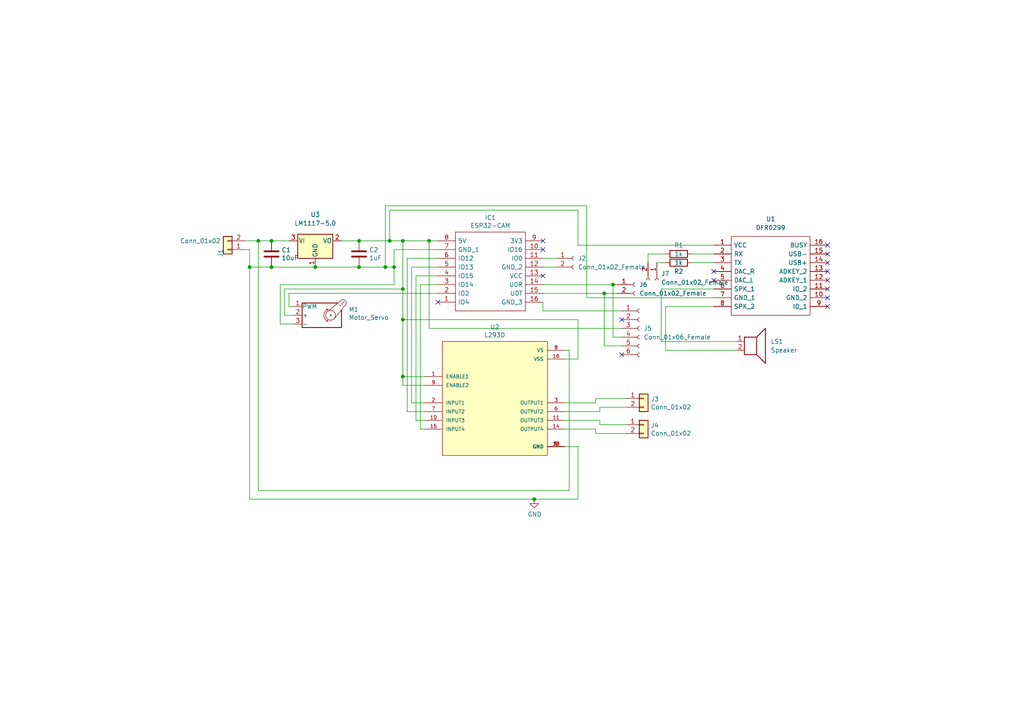
<source format=kicad_sch>
(kicad_sch (version 20211123) (generator eeschema)

  (uuid 57c0c267-8bf9-4cc7-b734-d71a239ac313)

  (paper "A4")

  (lib_symbols
    (symbol "Connector:Conn_01x02_Female" (pin_names (offset 1.016) hide) (in_bom yes) (on_board yes)
      (property "Reference" "J" (id 0) (at 0 2.54 0)
        (effects (font (size 1.27 1.27)))
      )
      (property "Value" "Conn_01x02_Female" (id 1) (at 0 -5.08 0)
        (effects (font (size 1.27 1.27)))
      )
      (property "Footprint" "" (id 2) (at 0 0 0)
        (effects (font (size 1.27 1.27)) hide)
      )
      (property "Datasheet" "~" (id 3) (at 0 0 0)
        (effects (font (size 1.27 1.27)) hide)
      )
      (property "ki_keywords" "connector" (id 4) (at 0 0 0)
        (effects (font (size 1.27 1.27)) hide)
      )
      (property "ki_description" "Generic connector, single row, 01x02, script generated (kicad-library-utils/schlib/autogen/connector/)" (id 5) (at 0 0 0)
        (effects (font (size 1.27 1.27)) hide)
      )
      (property "ki_fp_filters" "Connector*:*_1x??_*" (id 6) (at 0 0 0)
        (effects (font (size 1.27 1.27)) hide)
      )
      (symbol "Conn_01x02_Female_1_1"
        (arc (start 0 -2.032) (mid -0.508 -2.54) (end 0 -3.048)
          (stroke (width 0.1524) (type default) (color 0 0 0 0))
          (fill (type none))
        )
        (polyline
          (pts
            (xy -1.27 -2.54)
            (xy -0.508 -2.54)
          )
          (stroke (width 0.1524) (type default) (color 0 0 0 0))
          (fill (type none))
        )
        (polyline
          (pts
            (xy -1.27 0)
            (xy -0.508 0)
          )
          (stroke (width 0.1524) (type default) (color 0 0 0 0))
          (fill (type none))
        )
        (arc (start 0 0.508) (mid -0.508 0) (end 0 -0.508)
          (stroke (width 0.1524) (type default) (color 0 0 0 0))
          (fill (type none))
        )
        (pin passive line (at -5.08 0 0) (length 3.81)
          (name "Pin_1" (effects (font (size 1.27 1.27))))
          (number "1" (effects (font (size 1.27 1.27))))
        )
        (pin passive line (at -5.08 -2.54 0) (length 3.81)
          (name "Pin_2" (effects (font (size 1.27 1.27))))
          (number "2" (effects (font (size 1.27 1.27))))
        )
      )
    )
    (symbol "Connector:Conn_01x06_Female" (pin_names (offset 1.016) hide) (in_bom yes) (on_board yes)
      (property "Reference" "J" (id 0) (at 0 7.62 0)
        (effects (font (size 1.27 1.27)))
      )
      (property "Value" "Conn_01x06_Female" (id 1) (at 0 -10.16 0)
        (effects (font (size 1.27 1.27)))
      )
      (property "Footprint" "" (id 2) (at 0 0 0)
        (effects (font (size 1.27 1.27)) hide)
      )
      (property "Datasheet" "~" (id 3) (at 0 0 0)
        (effects (font (size 1.27 1.27)) hide)
      )
      (property "ki_keywords" "connector" (id 4) (at 0 0 0)
        (effects (font (size 1.27 1.27)) hide)
      )
      (property "ki_description" "Generic connector, single row, 01x06, script generated (kicad-library-utils/schlib/autogen/connector/)" (id 5) (at 0 0 0)
        (effects (font (size 1.27 1.27)) hide)
      )
      (property "ki_fp_filters" "Connector*:*_1x??_*" (id 6) (at 0 0 0)
        (effects (font (size 1.27 1.27)) hide)
      )
      (symbol "Conn_01x06_Female_1_1"
        (arc (start 0 -7.112) (mid -0.508 -7.62) (end 0 -8.128)
          (stroke (width 0.1524) (type default) (color 0 0 0 0))
          (fill (type none))
        )
        (arc (start 0 -4.572) (mid -0.508 -5.08) (end 0 -5.588)
          (stroke (width 0.1524) (type default) (color 0 0 0 0))
          (fill (type none))
        )
        (arc (start 0 -2.032) (mid -0.508 -2.54) (end 0 -3.048)
          (stroke (width 0.1524) (type default) (color 0 0 0 0))
          (fill (type none))
        )
        (polyline
          (pts
            (xy -1.27 -7.62)
            (xy -0.508 -7.62)
          )
          (stroke (width 0.1524) (type default) (color 0 0 0 0))
          (fill (type none))
        )
        (polyline
          (pts
            (xy -1.27 -5.08)
            (xy -0.508 -5.08)
          )
          (stroke (width 0.1524) (type default) (color 0 0 0 0))
          (fill (type none))
        )
        (polyline
          (pts
            (xy -1.27 -2.54)
            (xy -0.508 -2.54)
          )
          (stroke (width 0.1524) (type default) (color 0 0 0 0))
          (fill (type none))
        )
        (polyline
          (pts
            (xy -1.27 0)
            (xy -0.508 0)
          )
          (stroke (width 0.1524) (type default) (color 0 0 0 0))
          (fill (type none))
        )
        (polyline
          (pts
            (xy -1.27 2.54)
            (xy -0.508 2.54)
          )
          (stroke (width 0.1524) (type default) (color 0 0 0 0))
          (fill (type none))
        )
        (polyline
          (pts
            (xy -1.27 5.08)
            (xy -0.508 5.08)
          )
          (stroke (width 0.1524) (type default) (color 0 0 0 0))
          (fill (type none))
        )
        (arc (start 0 0.508) (mid -0.508 0) (end 0 -0.508)
          (stroke (width 0.1524) (type default) (color 0 0 0 0))
          (fill (type none))
        )
        (arc (start 0 3.048) (mid -0.508 2.54) (end 0 2.032)
          (stroke (width 0.1524) (type default) (color 0 0 0 0))
          (fill (type none))
        )
        (arc (start 0 5.588) (mid -0.508 5.08) (end 0 4.572)
          (stroke (width 0.1524) (type default) (color 0 0 0 0))
          (fill (type none))
        )
        (pin passive line (at -5.08 5.08 0) (length 3.81)
          (name "Pin_1" (effects (font (size 1.27 1.27))))
          (number "1" (effects (font (size 1.27 1.27))))
        )
        (pin passive line (at -5.08 2.54 0) (length 3.81)
          (name "Pin_2" (effects (font (size 1.27 1.27))))
          (number "2" (effects (font (size 1.27 1.27))))
        )
        (pin passive line (at -5.08 0 0) (length 3.81)
          (name "Pin_3" (effects (font (size 1.27 1.27))))
          (number "3" (effects (font (size 1.27 1.27))))
        )
        (pin passive line (at -5.08 -2.54 0) (length 3.81)
          (name "Pin_4" (effects (font (size 1.27 1.27))))
          (number "4" (effects (font (size 1.27 1.27))))
        )
        (pin passive line (at -5.08 -5.08 0) (length 3.81)
          (name "Pin_5" (effects (font (size 1.27 1.27))))
          (number "5" (effects (font (size 1.27 1.27))))
        )
        (pin passive line (at -5.08 -7.62 0) (length 3.81)
          (name "Pin_6" (effects (font (size 1.27 1.27))))
          (number "6" (effects (font (size 1.27 1.27))))
        )
      )
    )
    (symbol "Connector_Generic:Conn_01x02" (pin_names (offset 1.016) hide) (in_bom yes) (on_board yes)
      (property "Reference" "J" (id 0) (at 0 2.54 0)
        (effects (font (size 1.27 1.27)))
      )
      (property "Value" "Conn_01x02" (id 1) (at 0 -5.08 0)
        (effects (font (size 1.27 1.27)))
      )
      (property "Footprint" "" (id 2) (at 0 0 0)
        (effects (font (size 1.27 1.27)) hide)
      )
      (property "Datasheet" "~" (id 3) (at 0 0 0)
        (effects (font (size 1.27 1.27)) hide)
      )
      (property "ki_keywords" "connector" (id 4) (at 0 0 0)
        (effects (font (size 1.27 1.27)) hide)
      )
      (property "ki_description" "Generic connector, single row, 01x02, script generated (kicad-library-utils/schlib/autogen/connector/)" (id 5) (at 0 0 0)
        (effects (font (size 1.27 1.27)) hide)
      )
      (property "ki_fp_filters" "Connector*:*_1x??_*" (id 6) (at 0 0 0)
        (effects (font (size 1.27 1.27)) hide)
      )
      (symbol "Conn_01x02_1_1"
        (rectangle (start -1.27 -2.413) (end 0 -2.667)
          (stroke (width 0.1524) (type default) (color 0 0 0 0))
          (fill (type none))
        )
        (rectangle (start -1.27 0.127) (end 0 -0.127)
          (stroke (width 0.1524) (type default) (color 0 0 0 0))
          (fill (type none))
        )
        (rectangle (start -1.27 1.27) (end 1.27 -3.81)
          (stroke (width 0.254) (type default) (color 0 0 0 0))
          (fill (type background))
        )
        (pin passive line (at -5.08 0 0) (length 3.81)
          (name "Pin_1" (effects (font (size 1.27 1.27))))
          (number "1" (effects (font (size 1.27 1.27))))
        )
        (pin passive line (at -5.08 -2.54 0) (length 3.81)
          (name "Pin_2" (effects (font (size 1.27 1.27))))
          (number "2" (effects (font (size 1.27 1.27))))
        )
      )
    )
    (symbol "DFR0299:DFR0299" (pin_names (offset 0.762)) (in_bom yes) (on_board yes)
      (property "Reference" "U" (id 0) (at 29.21 7.62 0)
        (effects (font (size 1.27 1.27)) (justify left))
      )
      (property "Value" "DFR0299" (id 1) (at 29.21 5.08 0)
        (effects (font (size 1.27 1.27)) (justify left))
      )
      (property "Footprint" "DIPS1778W50P254L2100H170Q16N" (id 2) (at 29.21 2.54 0)
        (effects (font (size 1.27 1.27)) (justify left) hide)
      )
      (property "Datasheet" "https://github.com/Arduinolibrary/DFPlayer_Mini_mp3/raw/master/DFPlayer%20Mini%20Manual.pdf" (id 3) (at 29.21 0 0)
        (effects (font (size 1.27 1.27)) (justify left) hide)
      )
      (property "Description" "DFRobot Accessories DFPlayer" (id 4) (at 29.21 -2.54 0)
        (effects (font (size 1.27 1.27)) (justify left) hide)
      )
      (property "Height" "1.7" (id 5) (at 29.21 -5.08 0)
        (effects (font (size 1.27 1.27)) (justify left) hide)
      )
      (property "Manufacturer_Name" "DFRobot" (id 6) (at 29.21 -7.62 0)
        (effects (font (size 1.27 1.27)) (justify left) hide)
      )
      (property "Manufacturer_Part_Number" "DFR0299" (id 7) (at 29.21 -10.16 0)
        (effects (font (size 1.27 1.27)) (justify left) hide)
      )
      (property "Mouser Part Number" "426-DFR0299" (id 8) (at 29.21 -12.7 0)
        (effects (font (size 1.27 1.27)) (justify left) hide)
      )
      (property "Mouser Price/Stock" "https://www.mouser.co.uk/ProductDetail/DFRobot/DFR0299?qs=Zcin8yvlhnPSNhqM2hweWw%3D%3D" (id 9) (at 29.21 -15.24 0)
        (effects (font (size 1.27 1.27)) (justify left) hide)
      )
      (property "Arrow Part Number" "DFR0299" (id 10) (at 29.21 -17.78 0)
        (effects (font (size 1.27 1.27)) (justify left) hide)
      )
      (property "Arrow Price/Stock" "https://www.arrow.com/en/products/dfr0299/dfrobot?region=nac" (id 11) (at 29.21 -20.32 0)
        (effects (font (size 1.27 1.27)) (justify left) hide)
      )
      (property "ki_description" "DFRobot Accessories DFPlayer" (id 12) (at 0 0 0)
        (effects (font (size 1.27 1.27)) hide)
      )
      (symbol "DFR0299_0_0"
        (pin power_in line (at 0 0 0) (length 5.08)
          (name "VCC" (effects (font (size 1.27 1.27))))
          (number "1" (effects (font (size 1.27 1.27))))
        )
        (pin power_in line (at 33.02 -15.24 180) (length 5.08)
          (name "GND_2" (effects (font (size 1.27 1.27))))
          (number "10" (effects (font (size 1.27 1.27))))
        )
        (pin input line (at 33.02 -12.7 180) (length 5.08)
          (name "IO_2" (effects (font (size 1.27 1.27))))
          (number "11" (effects (font (size 1.27 1.27))))
        )
        (pin input line (at 33.02 -10.16 180) (length 5.08)
          (name "ADKEY_1" (effects (font (size 1.27 1.27))))
          (number "12" (effects (font (size 1.27 1.27))))
        )
        (pin input line (at 33.02 -7.62 180) (length 5.08)
          (name "ADKEY_2" (effects (font (size 1.27 1.27))))
          (number "13" (effects (font (size 1.27 1.27))))
        )
        (pin bidirectional line (at 33.02 -5.08 180) (length 5.08)
          (name "USB+" (effects (font (size 1.27 1.27))))
          (number "14" (effects (font (size 1.27 1.27))))
        )
        (pin bidirectional line (at 33.02 -2.54 180) (length 5.08)
          (name "USB-" (effects (font (size 1.27 1.27))))
          (number "15" (effects (font (size 1.27 1.27))))
        )
        (pin output line (at 33.02 0 180) (length 5.08)
          (name "BUSY" (effects (font (size 1.27 1.27))))
          (number "16" (effects (font (size 1.27 1.27))))
        )
        (pin input line (at 0 -2.54 0) (length 5.08)
          (name "RX" (effects (font (size 1.27 1.27))))
          (number "2" (effects (font (size 1.27 1.27))))
        )
        (pin output line (at 0 -5.08 0) (length 5.08)
          (name "TX" (effects (font (size 1.27 1.27))))
          (number "3" (effects (font (size 1.27 1.27))))
        )
        (pin output line (at 0 -7.62 0) (length 5.08)
          (name "DAC_R" (effects (font (size 1.27 1.27))))
          (number "4" (effects (font (size 1.27 1.27))))
        )
        (pin output line (at 0 -10.16 0) (length 5.08)
          (name "DAC_L" (effects (font (size 1.27 1.27))))
          (number "5" (effects (font (size 1.27 1.27))))
        )
        (pin output line (at 0 -12.7 0) (length 5.08)
          (name "SPK_1" (effects (font (size 1.27 1.27))))
          (number "6" (effects (font (size 1.27 1.27))))
        )
        (pin power_in line (at 0 -15.24 0) (length 5.08)
          (name "GND_1" (effects (font (size 1.27 1.27))))
          (number "7" (effects (font (size 1.27 1.27))))
        )
        (pin output line (at 0 -17.78 0) (length 5.08)
          (name "SPK_2" (effects (font (size 1.27 1.27))))
          (number "8" (effects (font (size 1.27 1.27))))
        )
        (pin input line (at 33.02 -17.78 180) (length 5.08)
          (name "IO_1" (effects (font (size 1.27 1.27))))
          (number "9" (effects (font (size 1.27 1.27))))
        )
      )
      (symbol "DFR0299_0_1"
        (polyline
          (pts
            (xy 5.08 2.54)
            (xy 27.94 2.54)
            (xy 27.94 -20.32)
            (xy 5.08 -20.32)
            (xy 5.08 2.54)
          )
          (stroke (width 0.1524) (type default) (color 0 0 0 0))
          (fill (type none))
        )
      )
    )
    (symbol "Device:C" (pin_numbers hide) (pin_names (offset 0.254)) (in_bom yes) (on_board yes)
      (property "Reference" "C" (id 0) (at 0.635 2.54 0)
        (effects (font (size 1.27 1.27)) (justify left))
      )
      (property "Value" "C" (id 1) (at 0.635 -2.54 0)
        (effects (font (size 1.27 1.27)) (justify left))
      )
      (property "Footprint" "" (id 2) (at 0.9652 -3.81 0)
        (effects (font (size 1.27 1.27)) hide)
      )
      (property "Datasheet" "~" (id 3) (at 0 0 0)
        (effects (font (size 1.27 1.27)) hide)
      )
      (property "ki_keywords" "cap capacitor" (id 4) (at 0 0 0)
        (effects (font (size 1.27 1.27)) hide)
      )
      (property "ki_description" "Unpolarized capacitor" (id 5) (at 0 0 0)
        (effects (font (size 1.27 1.27)) hide)
      )
      (property "ki_fp_filters" "C_*" (id 6) (at 0 0 0)
        (effects (font (size 1.27 1.27)) hide)
      )
      (symbol "C_0_1"
        (polyline
          (pts
            (xy -2.032 -0.762)
            (xy 2.032 -0.762)
          )
          (stroke (width 0.508) (type default) (color 0 0 0 0))
          (fill (type none))
        )
        (polyline
          (pts
            (xy -2.032 0.762)
            (xy 2.032 0.762)
          )
          (stroke (width 0.508) (type default) (color 0 0 0 0))
          (fill (type none))
        )
      )
      (symbol "C_1_1"
        (pin passive line (at 0 3.81 270) (length 2.794)
          (name "~" (effects (font (size 1.27 1.27))))
          (number "1" (effects (font (size 1.27 1.27))))
        )
        (pin passive line (at 0 -3.81 90) (length 2.794)
          (name "~" (effects (font (size 1.27 1.27))))
          (number "2" (effects (font (size 1.27 1.27))))
        )
      )
    )
    (symbol "Device:R" (pin_numbers hide) (pin_names (offset 0)) (in_bom yes) (on_board yes)
      (property "Reference" "R" (id 0) (at 2.032 0 90)
        (effects (font (size 1.27 1.27)))
      )
      (property "Value" "R" (id 1) (at 0 0 90)
        (effects (font (size 1.27 1.27)))
      )
      (property "Footprint" "" (id 2) (at -1.778 0 90)
        (effects (font (size 1.27 1.27)) hide)
      )
      (property "Datasheet" "~" (id 3) (at 0 0 0)
        (effects (font (size 1.27 1.27)) hide)
      )
      (property "ki_keywords" "R res resistor" (id 4) (at 0 0 0)
        (effects (font (size 1.27 1.27)) hide)
      )
      (property "ki_description" "Resistor" (id 5) (at 0 0 0)
        (effects (font (size 1.27 1.27)) hide)
      )
      (property "ki_fp_filters" "R_*" (id 6) (at 0 0 0)
        (effects (font (size 1.27 1.27)) hide)
      )
      (symbol "R_0_1"
        (rectangle (start -1.016 -2.54) (end 1.016 2.54)
          (stroke (width 0.254) (type default) (color 0 0 0 0))
          (fill (type none))
        )
      )
      (symbol "R_1_1"
        (pin passive line (at 0 3.81 270) (length 1.27)
          (name "~" (effects (font (size 1.27 1.27))))
          (number "1" (effects (font (size 1.27 1.27))))
        )
        (pin passive line (at 0 -3.81 90) (length 1.27)
          (name "~" (effects (font (size 1.27 1.27))))
          (number "2" (effects (font (size 1.27 1.27))))
        )
      )
    )
    (symbol "Device:Speaker" (pin_names (offset 0) hide) (in_bom yes) (on_board yes)
      (property "Reference" "LS" (id 0) (at 1.27 5.715 0)
        (effects (font (size 1.27 1.27)) (justify right))
      )
      (property "Value" "Speaker" (id 1) (at 1.27 3.81 0)
        (effects (font (size 1.27 1.27)) (justify right))
      )
      (property "Footprint" "" (id 2) (at 0 -5.08 0)
        (effects (font (size 1.27 1.27)) hide)
      )
      (property "Datasheet" "~" (id 3) (at -0.254 -1.27 0)
        (effects (font (size 1.27 1.27)) hide)
      )
      (property "ki_keywords" "speaker sound" (id 4) (at 0 0 0)
        (effects (font (size 1.27 1.27)) hide)
      )
      (property "ki_description" "Speaker" (id 5) (at 0 0 0)
        (effects (font (size 1.27 1.27)) hide)
      )
      (symbol "Speaker_0_0"
        (rectangle (start -2.54 1.27) (end 1.016 -3.81)
          (stroke (width 0.254) (type default) (color 0 0 0 0))
          (fill (type none))
        )
        (polyline
          (pts
            (xy 1.016 1.27)
            (xy 3.556 3.81)
            (xy 3.556 -6.35)
            (xy 1.016 -3.81)
          )
          (stroke (width 0.254) (type default) (color 0 0 0 0))
          (fill (type none))
        )
      )
      (symbol "Speaker_1_1"
        (pin input line (at -5.08 0 0) (length 2.54)
          (name "1" (effects (font (size 1.27 1.27))))
          (number "1" (effects (font (size 1.27 1.27))))
        )
        (pin input line (at -5.08 -2.54 0) (length 2.54)
          (name "2" (effects (font (size 1.27 1.27))))
          (number "2" (effects (font (size 1.27 1.27))))
        )
      )
    )
    (symbol "ESP32-CAM:ESP32-CAM" (pin_names (offset 0.762)) (in_bom yes) (on_board yes)
      (property "Reference" "IC" (id 0) (at 26.67 7.62 0)
        (effects (font (size 1.27 1.27)) (justify left))
      )
      (property "Value" "ESP32-CAM_ESP32-CAM" (id 1) (at 26.67 5.08 0)
        (effects (font (size 1.27 1.27)) (justify left))
      )
      (property "Footprint" "ESP32CAM" (id 2) (at 26.67 2.54 0)
        (effects (font (size 1.27 1.27)) (justify left) hide)
      )
      (property "Datasheet" "https://datasheet.lcsc.com/szlcsc/Ai-Thinker-ESP32-CAM_C277946.pdf" (id 3) (at 26.67 0 0)
        (effects (font (size 1.27 1.27)) (justify left) hide)
      )
      (property "Description" "Modules PCBA Module RoHS" (id 4) (at 26.67 -2.54 0)
        (effects (font (size 1.27 1.27)) (justify left) hide)
      )
      (property "Height" "5" (id 5) (at 26.67 -5.08 0)
        (effects (font (size 1.27 1.27)) (justify left) hide)
      )
      (property "Manufacturer_Name" "Ai-Thinker" (id 6) (at 26.67 -7.62 0)
        (effects (font (size 1.27 1.27)) (justify left) hide)
      )
      (property "Manufacturer_Part_Number" "ESP32-CAM" (id 7) (at 26.67 -10.16 0)
        (effects (font (size 1.27 1.27)) (justify left) hide)
      )
      (symbol "ESP32-CAM_0_0"
        (pin passive line (at 0 -17.78 0) (length 5.08)
          (name "IO4" (effects (font (size 1.27 1.27))))
          (number "1" (effects (font (size 1.27 1.27))))
        )
        (pin passive line (at 30.48 -2.54 180) (length 5.08)
          (name "IO16" (effects (font (size 1.27 1.27))))
          (number "10" (effects (font (size 1.27 1.27))))
        )
        (pin passive line (at 30.48 -5.08 180) (length 5.08)
          (name "IO0" (effects (font (size 1.27 1.27))))
          (number "11" (effects (font (size 1.27 1.27))))
        )
        (pin passive line (at 30.48 -7.62 180) (length 5.08)
          (name "GND_2" (effects (font (size 1.27 1.27))))
          (number "12" (effects (font (size 1.27 1.27))))
        )
        (pin passive line (at 30.48 -10.16 180) (length 5.08)
          (name "VCC" (effects (font (size 1.27 1.27))))
          (number "13" (effects (font (size 1.27 1.27))))
        )
        (pin passive line (at 30.48 -12.7 180) (length 5.08)
          (name "U0R" (effects (font (size 1.27 1.27))))
          (number "14" (effects (font (size 1.27 1.27))))
        )
        (pin passive line (at 30.48 -15.24 180) (length 5.08)
          (name "U0T" (effects (font (size 1.27 1.27))))
          (number "15" (effects (font (size 1.27 1.27))))
        )
        (pin passive line (at 30.48 -17.78 180) (length 5.08)
          (name "GND_3" (effects (font (size 1.27 1.27))))
          (number "16" (effects (font (size 1.27 1.27))))
        )
        (pin passive line (at 0 -15.24 0) (length 5.08)
          (name "IO2" (effects (font (size 1.27 1.27))))
          (number "2" (effects (font (size 1.27 1.27))))
        )
        (pin passive line (at 0 -12.7 0) (length 5.08)
          (name "IO14" (effects (font (size 1.27 1.27))))
          (number "3" (effects (font (size 1.27 1.27))))
        )
        (pin passive line (at 0 -10.16 0) (length 5.08)
          (name "IO15" (effects (font (size 1.27 1.27))))
          (number "4" (effects (font (size 1.27 1.27))))
        )
        (pin passive line (at 0 -7.62 0) (length 5.08)
          (name "IO13" (effects (font (size 1.27 1.27))))
          (number "5" (effects (font (size 1.27 1.27))))
        )
        (pin passive line (at 0 -5.08 0) (length 5.08)
          (name "IO12" (effects (font (size 1.27 1.27))))
          (number "6" (effects (font (size 1.27 1.27))))
        )
        (pin passive line (at 0 -2.54 0) (length 5.08)
          (name "GND_1" (effects (font (size 1.27 1.27))))
          (number "7" (effects (font (size 1.27 1.27))))
        )
        (pin passive line (at 0 0 0) (length 5.08)
          (name "5V" (effects (font (size 1.27 1.27))))
          (number "8" (effects (font (size 1.27 1.27))))
        )
        (pin passive line (at 30.48 0 180) (length 5.08)
          (name "3V3" (effects (font (size 1.27 1.27))))
          (number "9" (effects (font (size 1.27 1.27))))
        )
      )
      (symbol "ESP32-CAM_0_1"
        (polyline
          (pts
            (xy 5.08 2.54)
            (xy 25.4 2.54)
            (xy 25.4 -20.32)
            (xy 5.08 -20.32)
            (xy 5.08 2.54)
          )
          (stroke (width 0.1524) (type default) (color 0 0 0 0))
          (fill (type none))
        )
      )
    )
    (symbol "L293D:L293D" (pin_names (offset 1.016)) (in_bom yes) (on_board yes)
      (property "Reference" "U" (id 0) (at -15.24 16.51 0)
        (effects (font (size 1.27 1.27)) (justify left bottom))
      )
      (property "Value" "L293D_L293D" (id 1) (at -15.24 -20.32 0)
        (effects (font (size 1.27 1.27)) (justify left bottom))
      )
      (property "Footprint" "DIP880W50P254L2000H510Q16" (id 2) (at 0 0 0)
        (effects (font (size 1.27 1.27)) (justify left bottom) hide)
      )
      (property "Datasheet" "" (id 3) (at 0 0 0)
        (effects (font (size 1.27 1.27)) (justify left bottom) hide)
      )
      (property "D_NOM" "20.0" (id 4) (at 0 0 0)
        (effects (font (size 1.27 1.27)) (justify left bottom) hide)
      )
      (property "D_MIN" "20.0" (id 5) (at 0 0 0)
        (effects (font (size 1.27 1.27)) (justify left bottom) hide)
      )
      (property "MANUFACTURER" "ST Microelectronics" (id 6) (at 0 0 0)
        (effects (font (size 1.27 1.27)) (justify left bottom) hide)
      )
      (property "A_MIN" "5.1" (id 7) (at 0 0 0)
        (effects (font (size 1.27 1.27)) (justify left bottom) hide)
      )
      (property "B_MIN" "0.5" (id 8) (at 0 0 0)
        (effects (font (size 1.27 1.27)) (justify left bottom) hide)
      )
      (property "D_MAX" "20.0" (id 9) (at 0 0 0)
        (effects (font (size 1.27 1.27)) (justify left bottom) hide)
      )
      (property "B_MAX" "0.5" (id 10) (at 0 0 0)
        (effects (font (size 1.27 1.27)) (justify left bottom) hide)
      )
      (property "E1_NOM" "7.1" (id 11) (at 0 0 0)
        (effects (font (size 1.27 1.27)) (justify left bottom) hide)
      )
      (property "B_NOM" "0.5" (id 12) (at 0 0 0)
        (effects (font (size 1.27 1.27)) (justify left bottom) hide)
      )
      (property "E1_MIN" "7.1" (id 13) (at 0 0 0)
        (effects (font (size 1.27 1.27)) (justify left bottom) hide)
      )
      (property "STANDARD" "IPC 7351B" (id 14) (at 0 0 0)
        (effects (font (size 1.27 1.27)) (justify left bottom) hide)
      )
      (property "A_MAX" "5.1" (id 15) (at 0 0 0)
        (effects (font (size 1.27 1.27)) (justify left bottom) hide)
      )
      (property "ENOM" "2.54" (id 16) (at 0 0 0)
        (effects (font (size 1.27 1.27)) (justify left bottom) hide)
      )
      (property "E_NOM" "8.8" (id 17) (at 0 0 0)
        (effects (font (size 1.27 1.27)) (justify left bottom) hide)
      )
      (property "PIN_COUNT" "16.0" (id 18) (at 0 0 0)
        (effects (font (size 1.27 1.27)) (justify left bottom) hide)
      )
      (property "MAXIMUM_PACKAGE_HEIGHT" "5.1mm" (id 19) (at 0 0 0)
        (effects (font (size 1.27 1.27)) (justify left bottom) hide)
      )
      (property "A_NOM" "5.1" (id 20) (at 0 0 0)
        (effects (font (size 1.27 1.27)) (justify left bottom) hide)
      )
      (property "E1_MAX" "7.1" (id 21) (at 0 0 0)
        (effects (font (size 1.27 1.27)) (justify left bottom) hide)
      )
      (property "ki_locked" "" (id 22) (at 0 0 0)
        (effects (font (size 1.27 1.27)))
      )
      (symbol "L293D_0_0"
        (rectangle (start -15.24 -17.78) (end 15.24 15.24)
          (stroke (width 0.1524) (type default) (color 0 0 0 0))
          (fill (type background))
        )
        (pin input line (at -20.32 5.08 0) (length 5.08)
          (name "ENABLE1" (effects (font (size 1.016 1.016))))
          (number "1" (effects (font (size 1.016 1.016))))
        )
        (pin input line (at -20.32 -7.62 0) (length 5.08)
          (name "INPUT3" (effects (font (size 1.016 1.016))))
          (number "10" (effects (font (size 1.016 1.016))))
        )
        (pin output line (at 20.32 -7.62 180) (length 5.08)
          (name "OUTPUT3" (effects (font (size 1.016 1.016))))
          (number "11" (effects (font (size 1.016 1.016))))
        )
        (pin power_in line (at 20.32 -15.24 180) (length 5.08)
          (name "GND" (effects (font (size 1.016 1.016))))
          (number "12" (effects (font (size 1.016 1.016))))
        )
        (pin power_in line (at 20.32 -15.24 180) (length 5.08)
          (name "GND" (effects (font (size 1.016 1.016))))
          (number "13" (effects (font (size 1.016 1.016))))
        )
        (pin output line (at 20.32 -10.16 180) (length 5.08)
          (name "OUTPUT4" (effects (font (size 1.016 1.016))))
          (number "14" (effects (font (size 1.016 1.016))))
        )
        (pin input line (at -20.32 -10.16 0) (length 5.08)
          (name "INPUT4" (effects (font (size 1.016 1.016))))
          (number "15" (effects (font (size 1.016 1.016))))
        )
        (pin power_in line (at 20.32 10.16 180) (length 5.08)
          (name "VSS" (effects (font (size 1.016 1.016))))
          (number "16" (effects (font (size 1.016 1.016))))
        )
        (pin input line (at -20.32 -2.54 0) (length 5.08)
          (name "INPUT1" (effects (font (size 1.016 1.016))))
          (number "2" (effects (font (size 1.016 1.016))))
        )
        (pin output line (at 20.32 -2.54 180) (length 5.08)
          (name "OUTPUT1" (effects (font (size 1.016 1.016))))
          (number "3" (effects (font (size 1.016 1.016))))
        )
        (pin power_in line (at 20.32 -15.24 180) (length 5.08)
          (name "GND" (effects (font (size 1.016 1.016))))
          (number "4" (effects (font (size 1.016 1.016))))
        )
        (pin power_in line (at 20.32 -15.24 180) (length 5.08)
          (name "GND" (effects (font (size 1.016 1.016))))
          (number "5" (effects (font (size 1.016 1.016))))
        )
        (pin output line (at 20.32 -5.08 180) (length 5.08)
          (name "OUTPUT2" (effects (font (size 1.016 1.016))))
          (number "6" (effects (font (size 1.016 1.016))))
        )
        (pin input line (at -20.32 -5.08 0) (length 5.08)
          (name "INPUT2" (effects (font (size 1.016 1.016))))
          (number "7" (effects (font (size 1.016 1.016))))
        )
        (pin power_in line (at 20.32 12.7 180) (length 5.08)
          (name "VS" (effects (font (size 1.016 1.016))))
          (number "8" (effects (font (size 1.016 1.016))))
        )
        (pin input line (at -20.32 2.54 0) (length 5.08)
          (name "ENABLE2" (effects (font (size 1.016 1.016))))
          (number "9" (effects (font (size 1.016 1.016))))
        )
      )
    )
    (symbol "Motor:Motor_Servo" (pin_names (offset 0.0254)) (in_bom yes) (on_board yes)
      (property "Reference" "M" (id 0) (at -5.08 4.445 0)
        (effects (font (size 1.27 1.27)) (justify left))
      )
      (property "Value" "Motor_Servo" (id 1) (at -5.08 -4.064 0)
        (effects (font (size 1.27 1.27)) (justify left top))
      )
      (property "Footprint" "" (id 2) (at 0 -4.826 0)
        (effects (font (size 1.27 1.27)) hide)
      )
      (property "Datasheet" "http://forums.parallax.com/uploads/attachments/46831/74481.png" (id 3) (at 0 -4.826 0)
        (effects (font (size 1.27 1.27)) hide)
      )
      (property "ki_keywords" "Servo Motor" (id 4) (at 0 0 0)
        (effects (font (size 1.27 1.27)) hide)
      )
      (property "ki_description" "Servo Motor (Futaba, HiTec, JR connector)" (id 5) (at 0 0 0)
        (effects (font (size 1.27 1.27)) hide)
      )
      (property "ki_fp_filters" "PinHeader*P2.54mm*" (id 6) (at 0 0 0)
        (effects (font (size 1.27 1.27)) hide)
      )
      (symbol "Motor_Servo_0_1"
        (polyline
          (pts
            (xy 2.413 -1.778)
            (xy 2.032 -1.778)
          )
          (stroke (width 0) (type default) (color 0 0 0 0))
          (fill (type none))
        )
        (polyline
          (pts
            (xy 2.413 -1.778)
            (xy 2.286 -1.397)
          )
          (stroke (width 0) (type default) (color 0 0 0 0))
          (fill (type none))
        )
        (polyline
          (pts
            (xy 2.413 1.778)
            (xy 1.905 1.778)
          )
          (stroke (width 0) (type default) (color 0 0 0 0))
          (fill (type none))
        )
        (polyline
          (pts
            (xy 2.413 1.778)
            (xy 2.286 1.397)
          )
          (stroke (width 0) (type default) (color 0 0 0 0))
          (fill (type none))
        )
        (polyline
          (pts
            (xy 6.35 4.445)
            (xy 2.54 1.27)
          )
          (stroke (width 0) (type default) (color 0 0 0 0))
          (fill (type none))
        )
        (polyline
          (pts
            (xy 7.62 3.175)
            (xy 4.191 -1.016)
          )
          (stroke (width 0) (type default) (color 0 0 0 0))
          (fill (type none))
        )
        (polyline
          (pts
            (xy 5.08 3.556)
            (xy -5.08 3.556)
            (xy -5.08 -3.556)
            (xy 6.35 -3.556)
            (xy 6.35 1.524)
          )
          (stroke (width 0.254) (type default) (color 0 0 0 0))
          (fill (type none))
        )
        (arc (start 2.413 1.778) (mid 1.2406 0) (end 2.413 -1.778)
          (stroke (width 0) (type default) (color 0 0 0 0))
          (fill (type none))
        )
        (circle (center 3.175 0) (radius 0.1778)
          (stroke (width 0) (type default) (color 0 0 0 0))
          (fill (type none))
        )
        (circle (center 3.175 0) (radius 1.4224)
          (stroke (width 0) (type default) (color 0 0 0 0))
          (fill (type none))
        )
        (circle (center 5.969 2.794) (radius 0.127)
          (stroke (width 0) (type default) (color 0 0 0 0))
          (fill (type none))
        )
        (circle (center 6.477 3.302) (radius 0.127)
          (stroke (width 0) (type default) (color 0 0 0 0))
          (fill (type none))
        )
        (circle (center 6.985 3.81) (radius 0.127)
          (stroke (width 0) (type default) (color 0 0 0 0))
          (fill (type none))
        )
        (arc (start 7.62 3.175) (mid 7.4485 4.2735) (end 6.35 4.445)
          (stroke (width 0) (type default) (color 0 0 0 0))
          (fill (type none))
        )
      )
      (symbol "Motor_Servo_1_1"
        (pin passive line (at -7.62 2.54 0) (length 2.54)
          (name "PWM" (effects (font (size 1.27 1.27))))
          (number "1" (effects (font (size 1.27 1.27))))
        )
        (pin passive line (at -7.62 0 0) (length 2.54)
          (name "+" (effects (font (size 1.27 1.27))))
          (number "2" (effects (font (size 1.27 1.27))))
        )
        (pin passive line (at -7.62 -2.54 0) (length 2.54)
          (name "-" (effects (font (size 1.27 1.27))))
          (number "3" (effects (font (size 1.27 1.27))))
        )
      )
    )
    (symbol "Regulator_Linear:LM1117-5.0" (pin_names (offset 0.254)) (in_bom yes) (on_board yes)
      (property "Reference" "U" (id 0) (at -3.81 3.175 0)
        (effects (font (size 1.27 1.27)))
      )
      (property "Value" "LM1117-5.0" (id 1) (at 0 3.175 0)
        (effects (font (size 1.27 1.27)) (justify left))
      )
      (property "Footprint" "" (id 2) (at 0 0 0)
        (effects (font (size 1.27 1.27)) hide)
      )
      (property "Datasheet" "http://www.ti.com/lit/ds/symlink/lm1117.pdf" (id 3) (at 0 0 0)
        (effects (font (size 1.27 1.27)) hide)
      )
      (property "ki_keywords" "linear regulator ldo fixed positive" (id 4) (at 0 0 0)
        (effects (font (size 1.27 1.27)) hide)
      )
      (property "ki_description" "800mA Low-Dropout Linear Regulator, 5.0V fixed output, TO-220/TO-252/TO-263/SOT-223" (id 5) (at 0 0 0)
        (effects (font (size 1.27 1.27)) hide)
      )
      (property "ki_fp_filters" "SOT?223* TO?263* TO?252* TO?220*" (id 6) (at 0 0 0)
        (effects (font (size 1.27 1.27)) hide)
      )
      (symbol "LM1117-5.0_0_1"
        (rectangle (start -5.08 -5.08) (end 5.08 1.905)
          (stroke (width 0.254) (type default) (color 0 0 0 0))
          (fill (type background))
        )
      )
      (symbol "LM1117-5.0_1_1"
        (pin power_in line (at 0 -7.62 90) (length 2.54)
          (name "GND" (effects (font (size 1.27 1.27))))
          (number "1" (effects (font (size 1.27 1.27))))
        )
        (pin power_out line (at 7.62 0 180) (length 2.54)
          (name "VO" (effects (font (size 1.27 1.27))))
          (number "2" (effects (font (size 1.27 1.27))))
        )
        (pin power_in line (at -7.62 0 0) (length 2.54)
          (name "VI" (effects (font (size 1.27 1.27))))
          (number "3" (effects (font (size 1.27 1.27))))
        )
      )
    )
    (symbol "power:GND" (power) (pin_names (offset 0)) (in_bom yes) (on_board yes)
      (property "Reference" "#PWR" (id 0) (at 0 -6.35 0)
        (effects (font (size 1.27 1.27)) hide)
      )
      (property "Value" "GND" (id 1) (at 0 -3.81 0)
        (effects (font (size 1.27 1.27)))
      )
      (property "Footprint" "" (id 2) (at 0 0 0)
        (effects (font (size 1.27 1.27)) hide)
      )
      (property "Datasheet" "" (id 3) (at 0 0 0)
        (effects (font (size 1.27 1.27)) hide)
      )
      (property "ki_keywords" "power-flag" (id 4) (at 0 0 0)
        (effects (font (size 1.27 1.27)) hide)
      )
      (property "ki_description" "Power symbol creates a global label with name \"GND\" , ground" (id 5) (at 0 0 0)
        (effects (font (size 1.27 1.27)) hide)
      )
      (symbol "GND_0_1"
        (polyline
          (pts
            (xy 0 0)
            (xy 0 -1.27)
            (xy 1.27 -1.27)
            (xy 0 -2.54)
            (xy -1.27 -1.27)
            (xy 0 -1.27)
          )
          (stroke (width 0) (type default) (color 0 0 0 0))
          (fill (type none))
        )
      )
      (symbol "GND_1_1"
        (pin power_in line (at 0 0 270) (length 0) hide
          (name "GND" (effects (font (size 1.27 1.27))))
          (number "1" (effects (font (size 1.27 1.27))))
        )
      )
    )
  )

  (junction (at 72.39 77.47) (diameter 0) (color 0 0 0 0)
    (uuid 0524c2d9-6bfe-45ee-a6c3-c534ab21f465)
  )
  (junction (at 113.03 69.85) (diameter 0) (color 0 0 0 0)
    (uuid 0db64048-97a7-43d2-9bd4-30f8d2175abc)
  )
  (junction (at 116.84 83.82) (diameter 0) (color 0 0 0 0)
    (uuid 1eaca633-3fd5-4809-881b-4e00922449bb)
  )
  (junction (at 116.84 109.22) (diameter 0) (color 0 0 0 0)
    (uuid 3e472bc4-891c-4841-97ba-fc9f133cd66f)
  )
  (junction (at 74.93 69.85) (diameter 0) (color 0 0 0 0)
    (uuid 3fc7d8f7-02bb-4b77-924a-a6401ca88131)
  )
  (junction (at 116.84 69.85) (diameter 0) (color 0 0 0 0)
    (uuid 67a596bb-2632-4fa6-873c-f1364694f733)
  )
  (junction (at 114.3 77.47) (diameter 0) (color 0 0 0 0)
    (uuid 7d89203b-0561-416f-b69d-5a90cca19dd8)
  )
  (junction (at 78.74 69.85) (diameter 0) (color 0 0 0 0)
    (uuid 81a15393-727e-448b-a777-b18773023d89)
  )
  (junction (at 104.14 69.85) (diameter 0) (color 0 0 0 0)
    (uuid 99fc525b-fbf6-47b6-bb42-624c4bccf5ab)
  )
  (junction (at 78.74 77.47) (diameter 0) (color 0 0 0 0)
    (uuid aa927505-7642-4776-b6fe-1a0fc0c8551d)
  )
  (junction (at 91.44 77.47) (diameter 0) (color 0 0 0 0)
    (uuid d86cd0ea-6c0d-4ceb-be83-0c5d011782cf)
  )
  (junction (at 116.84 92.71) (diameter 0) (color 0 0 0 0)
    (uuid dceef12f-a998-43a6-9b61-2f1c4390b104)
  )
  (junction (at 104.14 77.47) (diameter 0) (color 0 0 0 0)
    (uuid dd928a17-db27-43cf-9b46-234dc27c62b8)
  )
  (junction (at 154.94 144.78) (diameter 0) (color 0 0 0 0)
    (uuid df494c57-0e6d-4b4c-908b-d6a9ce6fe7ef)
  )
  (junction (at 111.76 77.47) (diameter 0) (color 0 0 0 0)
    (uuid e212cf97-0a9b-486f-af2d-c57b41fdd018)
  )
  (junction (at 175.26 85.09) (diameter 0) (color 0 0 0 0)
    (uuid e2a3e3a1-7c9b-4672-8b8d-cbd471163ec1)
  )
  (junction (at 124.46 69.85) (diameter 0) (color 0 0 0 0)
    (uuid ea111b23-d8ee-4f47-b973-6dd6eab7c458)
  )
  (junction (at 177.8 82.55) (diameter 0) (color 0 0 0 0)
    (uuid eef803f5-680b-4a8f-903c-00c33188e76a)
  )

  (no_connect (at 127 87.63) (uuid 388b032f-20d3-4c44-9f4b-c7f889fc815b))
  (no_connect (at 207.01 78.74) (uuid 388b032f-20d3-4c44-9f4b-c7f889fc815c))
  (no_connect (at 207.01 81.28) (uuid 388b032f-20d3-4c44-9f4b-c7f889fc815d))
  (no_connect (at 180.34 92.71) (uuid 6709cca5-4012-4d17-9f99-b246eefc1cf9))
  (no_connect (at 180.34 102.87) (uuid 6709cca5-4012-4d17-9f99-b246eefc1cfa))
  (no_connect (at 157.48 69.85) (uuid aa9bb1a8-f48a-4cb8-a09a-a226dc310c53))
  (no_connect (at 157.48 72.39) (uuid aa9bb1a8-f48a-4cb8-a09a-a226dc310c54))
  (no_connect (at 240.03 71.12) (uuid aa9bb1a8-f48a-4cb8-a09a-a226dc310c56))
  (no_connect (at 240.03 73.66) (uuid aa9bb1a8-f48a-4cb8-a09a-a226dc310c57))
  (no_connect (at 240.03 76.2) (uuid aa9bb1a8-f48a-4cb8-a09a-a226dc310c58))
  (no_connect (at 240.03 78.74) (uuid aa9bb1a8-f48a-4cb8-a09a-a226dc310c59))
  (no_connect (at 240.03 81.28) (uuid aa9bb1a8-f48a-4cb8-a09a-a226dc310c5a))
  (no_connect (at 240.03 83.82) (uuid aa9bb1a8-f48a-4cb8-a09a-a226dc310c5b))
  (no_connect (at 240.03 86.36) (uuid aa9bb1a8-f48a-4cb8-a09a-a226dc310c5c))
  (no_connect (at 240.03 88.9) (uuid aa9bb1a8-f48a-4cb8-a09a-a226dc310c5d))
  (no_connect (at 157.48 80.01) (uuid c0ea7a60-6c74-4cfb-987c-980a5a2478ad))

  (wire (pts (xy 118.11 74.93) (xy 118.11 119.38))
    (stroke (width 0) (type default) (color 0 0 0 0))
    (uuid 05d5fafc-c56f-4d2b-9c93-4482e759864d)
  )
  (wire (pts (xy 167.64 60.96) (xy 113.03 60.96))
    (stroke (width 0) (type default) (color 0 0 0 0))
    (uuid 07f374fa-9be8-4c43-a86d-acee0f586f0d)
  )
  (wire (pts (xy 116.84 83.82) (xy 82.55 83.82))
    (stroke (width 0) (type default) (color 0 0 0 0))
    (uuid 081f4ccb-5242-473e-a7e7-35e661146975)
  )
  (wire (pts (xy 116.84 109.22) (xy 123.19 109.22))
    (stroke (width 0) (type default) (color 0 0 0 0))
    (uuid 0844c047-b8e0-4541-a1ef-4a8937371aed)
  )
  (wire (pts (xy 82.55 91.44) (xy 85.09 91.44))
    (stroke (width 0) (type default) (color 0 0 0 0))
    (uuid 0ca81039-f4dd-4e3d-8519-783ea34fdb4c)
  )
  (wire (pts (xy 104.14 77.47) (xy 111.76 77.47))
    (stroke (width 0) (type default) (color 0 0 0 0))
    (uuid 0d8b5be7-6d92-463d-8225-086d57207c1c)
  )
  (wire (pts (xy 207.01 73.66) (xy 200.66 73.66))
    (stroke (width 0) (type default) (color 0 0 0 0))
    (uuid 11d3feb6-088b-42e7-b825-45e553aa0a17)
  )
  (wire (pts (xy 193.04 88.9) (xy 207.01 88.9))
    (stroke (width 0) (type default) (color 0 0 0 0))
    (uuid 13706dee-cf7f-4dd9-937f-179c86c5a3ae)
  )
  (wire (pts (xy 167.64 92.71) (xy 167.64 104.14))
    (stroke (width 0) (type default) (color 0 0 0 0))
    (uuid 1f16be86-89c5-4efd-b44f-83735fcb9af4)
  )
  (wire (pts (xy 82.55 83.82) (xy 82.55 91.44))
    (stroke (width 0) (type default) (color 0 0 0 0))
    (uuid 22404ffc-b3d1-4b9e-b6f3-5e783014a989)
  )
  (wire (pts (xy 172.72 116.84) (xy 172.72 115.57))
    (stroke (width 0) (type default) (color 0 0 0 0))
    (uuid 225e9fed-ae12-45e1-a13e-942a2591d7e6)
  )
  (wire (pts (xy 121.92 124.46) (xy 123.19 124.46))
    (stroke (width 0) (type default) (color 0 0 0 0))
    (uuid 244b6fae-01fb-428f-b665-43557c723f17)
  )
  (wire (pts (xy 104.14 69.85) (xy 113.03 69.85))
    (stroke (width 0) (type default) (color 0 0 0 0))
    (uuid 26697606-10f5-4135-a784-5eaf6b89ce21)
  )
  (wire (pts (xy 157.48 82.55) (xy 177.8 82.55))
    (stroke (width 0) (type default) (color 0 0 0 0))
    (uuid 282c552b-136f-463c-9c2f-e677a9f74454)
  )
  (wire (pts (xy 118.11 119.38) (xy 123.19 119.38))
    (stroke (width 0) (type default) (color 0 0 0 0))
    (uuid 2a9047db-7c4d-48e4-bef1-48cc155c64c5)
  )
  (wire (pts (xy 170.18 86.36) (xy 170.18 59.69))
    (stroke (width 0) (type default) (color 0 0 0 0))
    (uuid 2cbc547f-88ed-4c37-ad45-91544cf6899e)
  )
  (wire (pts (xy 83.82 88.9) (xy 85.09 88.9))
    (stroke (width 0) (type default) (color 0 0 0 0))
    (uuid 30aac080-756b-4d9b-8bf3-4778cae957a1)
  )
  (wire (pts (xy 190.5 76.2) (xy 193.04 76.2))
    (stroke (width 0) (type default) (color 0 0 0 0))
    (uuid 316a66f5-2b50-4133-8e07-9e7948bf8d69)
  )
  (wire (pts (xy 165.1 142.24) (xy 74.93 142.24))
    (stroke (width 0) (type default) (color 0 0 0 0))
    (uuid 34bad235-e855-4ada-9b81-2ecd764dc76b)
  )
  (wire (pts (xy 114.3 77.47) (xy 114.3 82.55))
    (stroke (width 0) (type default) (color 0 0 0 0))
    (uuid 3637dfeb-144e-498b-be48-d7c78fb64463)
  )
  (wire (pts (xy 81.28 93.98) (xy 85.09 93.98))
    (stroke (width 0) (type default) (color 0 0 0 0))
    (uuid 384aa139-9cfe-4686-924c-e13f7bb83582)
  )
  (wire (pts (xy 207.01 83.82) (xy 191.77 83.82))
    (stroke (width 0) (type default) (color 0 0 0 0))
    (uuid 3979f342-73d8-4782-87fb-234e7ac323d0)
  )
  (wire (pts (xy 207.01 76.2) (xy 200.66 76.2))
    (stroke (width 0) (type default) (color 0 0 0 0))
    (uuid 3adfae13-3542-4d76-997c-fe138c222135)
  )
  (wire (pts (xy 175.26 85.09) (xy 175.26 100.33))
    (stroke (width 0) (type default) (color 0 0 0 0))
    (uuid 3d39ffb4-4ade-469c-b92b-18e6c6674376)
  )
  (wire (pts (xy 72.39 72.39) (xy 72.39 77.47))
    (stroke (width 0) (type default) (color 0 0 0 0))
    (uuid 40b14a16-fb82-4b9d-89dd-55cd98abb5cc)
  )
  (wire (pts (xy 180.34 90.17) (xy 157.48 90.17))
    (stroke (width 0) (type default) (color 0 0 0 0))
    (uuid 421bef25-e697-4044-a021-6e2b02edd86f)
  )
  (wire (pts (xy 124.46 69.85) (xy 127 69.85))
    (stroke (width 0) (type default) (color 0 0 0 0))
    (uuid 4437059c-4a6a-4063-a578-154217eb9e16)
  )
  (wire (pts (xy 116.84 69.85) (xy 124.46 69.85))
    (stroke (width 0) (type default) (color 0 0 0 0))
    (uuid 48589183-1d78-452a-92e9-e927db604bae)
  )
  (wire (pts (xy 91.44 77.47) (xy 104.14 77.47))
    (stroke (width 0) (type default) (color 0 0 0 0))
    (uuid 497db779-4d9f-4508-8048-f301317b61ab)
  )
  (wire (pts (xy 173.99 119.38) (xy 173.99 118.11))
    (stroke (width 0) (type default) (color 0 0 0 0))
    (uuid 49d7c109-f483-461c-9726-e8b80fb6fe32)
  )
  (wire (pts (xy 207.01 71.12) (xy 167.64 71.12))
    (stroke (width 0) (type default) (color 0 0 0 0))
    (uuid 4d276720-6666-4fe8-9af5-68cbee15c735)
  )
  (wire (pts (xy 163.83 129.54) (xy 167.64 129.54))
    (stroke (width 0) (type default) (color 0 0 0 0))
    (uuid 4d86ed0b-c869-4970-aca4-52f7893fdbea)
  )
  (wire (pts (xy 163.83 124.46) (xy 172.72 124.46))
    (stroke (width 0) (type default) (color 0 0 0 0))
    (uuid 540f9f6e-7948-438d-abc4-1862a8325c34)
  )
  (wire (pts (xy 124.46 69.85) (xy 124.46 95.25))
    (stroke (width 0) (type default) (color 0 0 0 0))
    (uuid 59937421-2e45-4e39-b3ea-1771f661003f)
  )
  (wire (pts (xy 191.77 99.06) (xy 213.36 99.06))
    (stroke (width 0) (type default) (color 0 0 0 0))
    (uuid 5ba3b0f6-1007-45a8-bc41-b02683344b10)
  )
  (wire (pts (xy 127 74.93) (xy 118.11 74.93))
    (stroke (width 0) (type default) (color 0 0 0 0))
    (uuid 5ca61a68-66da-4583-981c-6c309421be57)
  )
  (wire (pts (xy 157.48 77.47) (xy 161.29 77.47))
    (stroke (width 0) (type default) (color 0 0 0 0))
    (uuid 5e7bff37-d506-4717-8224-114fbfafeae5)
  )
  (wire (pts (xy 83.82 85.09) (xy 83.82 88.9))
    (stroke (width 0) (type default) (color 0 0 0 0))
    (uuid 5eb5b638-9171-4767-bbb9-40fb5720df5b)
  )
  (wire (pts (xy 116.84 111.76) (xy 123.19 111.76))
    (stroke (width 0) (type default) (color 0 0 0 0))
    (uuid 62d5784a-4dd6-4173-8974-998d68b4b9f4)
  )
  (wire (pts (xy 177.8 97.79) (xy 177.8 82.55))
    (stroke (width 0) (type default) (color 0 0 0 0))
    (uuid 646c9482-6c1e-4d91-833c-b2edab67f596)
  )
  (wire (pts (xy 180.34 97.79) (xy 177.8 97.79))
    (stroke (width 0) (type default) (color 0 0 0 0))
    (uuid 649f47b5-4e69-44c4-9956-e28a79abca45)
  )
  (wire (pts (xy 207.01 86.36) (xy 170.18 86.36))
    (stroke (width 0) (type default) (color 0 0 0 0))
    (uuid 6a8cfd3f-2ec0-4157-8511-8a3353f55567)
  )
  (wire (pts (xy 113.03 69.85) (xy 116.84 69.85))
    (stroke (width 0) (type default) (color 0 0 0 0))
    (uuid 6ab3d209-4b67-4943-a4c7-abb0a0c1578e)
  )
  (wire (pts (xy 116.84 92.71) (xy 116.84 109.22))
    (stroke (width 0) (type default) (color 0 0 0 0))
    (uuid 6b07b82b-bdc2-4359-87d3-794aa49723df)
  )
  (wire (pts (xy 163.83 101.6) (xy 165.1 101.6))
    (stroke (width 0) (type default) (color 0 0 0 0))
    (uuid 71ce0f6c-1bb5-4446-bbe6-b1ac700453b6)
  )
  (wire (pts (xy 157.48 74.93) (xy 161.29 74.93))
    (stroke (width 0) (type default) (color 0 0 0 0))
    (uuid 76e0014c-6bb5-4cc0-90ac-a1927218ef3b)
  )
  (wire (pts (xy 72.39 72.39) (xy 71.12 72.39))
    (stroke (width 0) (type default) (color 0 0 0 0))
    (uuid 78d4307e-578f-4fbc-850c-030a423c2618)
  )
  (wire (pts (xy 193.04 101.6) (xy 193.04 88.9))
    (stroke (width 0) (type default) (color 0 0 0 0))
    (uuid 7db54a9e-8b9e-4527-9ddb-7a0b24aba70e)
  )
  (wire (pts (xy 154.94 144.78) (xy 72.39 144.78))
    (stroke (width 0) (type default) (color 0 0 0 0))
    (uuid 80125242-fb4f-480e-8102-780479be39d2)
  )
  (wire (pts (xy 123.19 116.84) (xy 119.38 116.84))
    (stroke (width 0) (type default) (color 0 0 0 0))
    (uuid 82122ce4-d1d0-40f7-bd2c-4172107a9c37)
  )
  (wire (pts (xy 114.3 77.47) (xy 114.3 72.39))
    (stroke (width 0) (type default) (color 0 0 0 0))
    (uuid 82ac17b8-b84b-4131-907f-9c3807ab0af5)
  )
  (wire (pts (xy 177.8 82.55) (xy 179.07 82.55))
    (stroke (width 0) (type default) (color 0 0 0 0))
    (uuid 87ba8520-4981-43a5-b2b6-33299b86e1de)
  )
  (wire (pts (xy 74.93 142.24) (xy 74.93 69.85))
    (stroke (width 0) (type default) (color 0 0 0 0))
    (uuid 8b70524c-b496-4699-8c14-b2f7f908a862)
  )
  (wire (pts (xy 114.3 72.39) (xy 127 72.39))
    (stroke (width 0) (type default) (color 0 0 0 0))
    (uuid 8ca4594d-c0e7-4397-a3ce-78966752633a)
  )
  (wire (pts (xy 191.77 83.82) (xy 191.77 99.06))
    (stroke (width 0) (type default) (color 0 0 0 0))
    (uuid 8ccefa9b-f9c9-4c96-bc81-a1f9abab992f)
  )
  (wire (pts (xy 116.84 109.22) (xy 116.84 111.76))
    (stroke (width 0) (type default) (color 0 0 0 0))
    (uuid 915c746e-b39a-4cf0-b072-148b6615cc54)
  )
  (wire (pts (xy 165.1 101.6) (xy 165.1 142.24))
    (stroke (width 0) (type default) (color 0 0 0 0))
    (uuid 950a9094-2553-4761-bdfb-9373edf4b296)
  )
  (wire (pts (xy 167.64 71.12) (xy 167.64 60.96))
    (stroke (width 0) (type default) (color 0 0 0 0))
    (uuid 96c2b02e-e870-45c5-9952-d66401f85923)
  )
  (wire (pts (xy 175.26 100.33) (xy 180.34 100.33))
    (stroke (width 0) (type default) (color 0 0 0 0))
    (uuid 9baf9102-51fe-4807-8264-7baf7dc19fab)
  )
  (wire (pts (xy 121.92 82.55) (xy 121.92 124.46))
    (stroke (width 0) (type default) (color 0 0 0 0))
    (uuid 9bd4aa43-aba5-425c-915c-2ffc57a2b9bf)
  )
  (wire (pts (xy 111.76 77.47) (xy 114.3 77.47))
    (stroke (width 0) (type default) (color 0 0 0 0))
    (uuid 9ce68ee5-469e-4dfd-ba61-58474cdd1081)
  )
  (wire (pts (xy 163.83 116.84) (xy 172.72 116.84))
    (stroke (width 0) (type default) (color 0 0 0 0))
    (uuid 9ef1c287-d75b-42fb-a480-470c5e72c0a3)
  )
  (wire (pts (xy 167.64 129.54) (xy 167.64 144.78))
    (stroke (width 0) (type default) (color 0 0 0 0))
    (uuid 9fd9e097-558e-4e09-a471-5f1b1374e529)
  )
  (wire (pts (xy 81.28 82.55) (xy 81.28 93.98))
    (stroke (width 0) (type default) (color 0 0 0 0))
    (uuid a15ae12c-62b7-4fb4-a9f8-3708dd5ee140)
  )
  (wire (pts (xy 175.26 85.09) (xy 179.07 85.09))
    (stroke (width 0) (type default) (color 0 0 0 0))
    (uuid a17d09e5-a707-4f86-880c-3b5475707414)
  )
  (wire (pts (xy 116.84 69.85) (xy 116.84 83.82))
    (stroke (width 0) (type default) (color 0 0 0 0))
    (uuid a292455d-ba98-4b08-84cf-b6054ef0f2b7)
  )
  (wire (pts (xy 99.06 69.85) (xy 104.14 69.85))
    (stroke (width 0) (type default) (color 0 0 0 0))
    (uuid a4f86a46-3bc8-4daa-9125-a63f297eb114)
  )
  (wire (pts (xy 173.99 118.11) (xy 181.61 118.11))
    (stroke (width 0) (type default) (color 0 0 0 0))
    (uuid a54255dc-34ca-434a-9851-b3c1072df760)
  )
  (wire (pts (xy 120.65 121.92) (xy 123.19 121.92))
    (stroke (width 0) (type default) (color 0 0 0 0))
    (uuid a63e8298-58eb-4a63-91e2-8c3afef71dc0)
  )
  (wire (pts (xy 74.93 69.85) (xy 78.74 69.85))
    (stroke (width 0) (type default) (color 0 0 0 0))
    (uuid a7540811-e794-49c1-a14d-6e1c1fce9b75)
  )
  (wire (pts (xy 119.38 77.47) (xy 127 77.47))
    (stroke (width 0) (type default) (color 0 0 0 0))
    (uuid a8f75260-e65c-429c-bbbe-f92c294066ac)
  )
  (wire (pts (xy 114.3 82.55) (xy 81.28 82.55))
    (stroke (width 0) (type default) (color 0 0 0 0))
    (uuid aa7c0c06-82ba-4dcb-80e0-da26e25423b1)
  )
  (wire (pts (xy 71.12 69.85) (xy 74.93 69.85))
    (stroke (width 0) (type default) (color 0 0 0 0))
    (uuid ac8aaf77-6c1b-490e-a47f-e316a68a6092)
  )
  (wire (pts (xy 116.84 83.82) (xy 116.84 92.71))
    (stroke (width 0) (type default) (color 0 0 0 0))
    (uuid aca78c66-9476-406b-940f-2786e3f64b09)
  )
  (wire (pts (xy 72.39 144.78) (xy 72.39 77.47))
    (stroke (width 0) (type default) (color 0 0 0 0))
    (uuid adfc0b6d-812e-4ff9-9a3d-0bf5720452ea)
  )
  (wire (pts (xy 213.36 101.6) (xy 193.04 101.6))
    (stroke (width 0) (type default) (color 0 0 0 0))
    (uuid b200138d-8b87-438f-b1db-5617aabfb8cd)
  )
  (wire (pts (xy 111.76 59.69) (xy 111.76 77.47))
    (stroke (width 0) (type default) (color 0 0 0 0))
    (uuid b4e93801-91d9-4246-9db4-8faaff3ab336)
  )
  (wire (pts (xy 172.72 125.73) (xy 181.61 125.73))
    (stroke (width 0) (type default) (color 0 0 0 0))
    (uuid b59f5e67-aafa-4b57-8df4-2eb292361541)
  )
  (wire (pts (xy 170.18 59.69) (xy 111.76 59.69))
    (stroke (width 0) (type default) (color 0 0 0 0))
    (uuid bc7bec71-4243-476d-a95e-48851b40ff39)
  )
  (wire (pts (xy 173.99 123.19) (xy 181.61 123.19))
    (stroke (width 0) (type default) (color 0 0 0 0))
    (uuid be6f2497-0c60-4172-8936-65ad00731a10)
  )
  (wire (pts (xy 72.39 77.47) (xy 78.74 77.47))
    (stroke (width 0) (type default) (color 0 0 0 0))
    (uuid c09938fd-06b9-4771-9f63-2311626243b3)
  )
  (wire (pts (xy 173.99 121.92) (xy 173.99 123.19))
    (stroke (width 0) (type default) (color 0 0 0 0))
    (uuid c181b58c-4d21-4e93-aaae-44be41444854)
  )
  (wire (pts (xy 120.65 80.01) (xy 120.65 121.92))
    (stroke (width 0) (type default) (color 0 0 0 0))
    (uuid c60a697f-4c41-447c-af66-4edf60e2759f)
  )
  (wire (pts (xy 172.72 124.46) (xy 172.72 125.73))
    (stroke (width 0) (type default) (color 0 0 0 0))
    (uuid c69ac4ee-c1f8-4b22-9f8b-e600887e0308)
  )
  (wire (pts (xy 157.48 85.09) (xy 175.26 85.09))
    (stroke (width 0) (type default) (color 0 0 0 0))
    (uuid c6be339c-c7bf-4107-a6f2-ad150000346c)
  )
  (wire (pts (xy 187.96 73.66) (xy 187.96 76.2))
    (stroke (width 0) (type default) (color 0 0 0 0))
    (uuid cb4e6ef9-3bf9-4621-a972-dc161771ff67)
  )
  (wire (pts (xy 167.64 104.14) (xy 163.83 104.14))
    (stroke (width 0) (type default) (color 0 0 0 0))
    (uuid cbd7a68b-a262-44d0-86a9-6c92773b2bee)
  )
  (wire (pts (xy 127 85.09) (xy 83.82 85.09))
    (stroke (width 0) (type default) (color 0 0 0 0))
    (uuid d01f5f1d-4884-460c-82b0-a39126d6fccc)
  )
  (wire (pts (xy 119.38 116.84) (xy 119.38 77.47))
    (stroke (width 0) (type default) (color 0 0 0 0))
    (uuid d0ab1745-b23d-4bda-8637-123d07b6e3d4)
  )
  (wire (pts (xy 193.04 73.66) (xy 187.96 73.66))
    (stroke (width 0) (type default) (color 0 0 0 0))
    (uuid d1837870-cde7-4d20-b488-223fbacc0510)
  )
  (wire (pts (xy 180.34 95.25) (xy 124.46 95.25))
    (stroke (width 0) (type default) (color 0 0 0 0))
    (uuid d3d73254-4293-4f12-9eb4-a69230b9c1f8)
  )
  (wire (pts (xy 116.84 92.71) (xy 167.64 92.71))
    (stroke (width 0) (type default) (color 0 0 0 0))
    (uuid d7e86f86-2137-4f98-9e10-a73173398773)
  )
  (wire (pts (xy 127 82.55) (xy 121.92 82.55))
    (stroke (width 0) (type default) (color 0 0 0 0))
    (uuid d83882b0-bff3-441f-86c5-05416055ac0e)
  )
  (wire (pts (xy 157.48 90.17) (xy 157.48 87.63))
    (stroke (width 0) (type default) (color 0 0 0 0))
    (uuid dcb4a609-8022-43da-9378-13576334e4f0)
  )
  (wire (pts (xy 172.72 115.57) (xy 181.61 115.57))
    (stroke (width 0) (type default) (color 0 0 0 0))
    (uuid ded59d20-a24d-4e2d-a52c-144988f6480e)
  )
  (wire (pts (xy 127 80.01) (xy 120.65 80.01))
    (stroke (width 0) (type default) (color 0 0 0 0))
    (uuid e6145277-8ce0-4bf0-bd23-18121b3cfa32)
  )
  (wire (pts (xy 163.83 121.92) (xy 173.99 121.92))
    (stroke (width 0) (type default) (color 0 0 0 0))
    (uuid e9ce0fcb-9761-4c20-a459-20721de7a3b8)
  )
  (wire (pts (xy 83.82 69.85) (xy 78.74 69.85))
    (stroke (width 0) (type default) (color 0 0 0 0))
    (uuid ec5c2062-3a41-4636-8803-069e60a1641a)
  )
  (wire (pts (xy 78.74 77.47) (xy 91.44 77.47))
    (stroke (width 0) (type default) (color 0 0 0 0))
    (uuid ece28405-05c5-46c2-8163-5225388cadbe)
  )
  (wire (pts (xy 163.83 119.38) (xy 173.99 119.38))
    (stroke (width 0) (type default) (color 0 0 0 0))
    (uuid f8c4f707-3825-4502-9de0-1a864d4c319b)
  )
  (wire (pts (xy 154.94 144.78) (xy 167.64 144.78))
    (stroke (width 0) (type default) (color 0 0 0 0))
    (uuid f9de72ca-73a8-42c2-920c-069272dd3130)
  )
  (wire (pts (xy 113.03 60.96) (xy 113.03 69.85))
    (stroke (width 0) (type default) (color 0 0 0 0))
    (uuid fd410f9f-7445-4d91-b9a6-3ed37d9de3dd)
  )

  (symbol (lib_id "ESP32-CAM:ESP32-CAM") (at 127 69.85 0) (unit 1)
    (in_bom yes) (on_board yes)
    (uuid 00000000-0000-0000-0000-000061965d0f)
    (property "Reference" "IC1" (id 0) (at 142.24 63.119 0))
    (property "Value" "ESP32-CAM" (id 1) (at 142.24 65.4304 0))
    (property "Footprint" "ESP32CAM:ESP32CAM" (id 2) (at 153.67 67.31 0)
      (effects (font (size 1.27 1.27)) (justify left) hide)
    )
    (property "Datasheet" "https://datasheet.lcsc.com/szlcsc/Ai-Thinker-ESP32-CAM_C277946.pdf" (id 3) (at 153.67 69.85 0)
      (effects (font (size 1.27 1.27)) (justify left) hide)
    )
    (property "Description" "Modules PCBA Module RoHS" (id 4) (at 153.67 72.39 0)
      (effects (font (size 1.27 1.27)) (justify left) hide)
    )
    (property "Height" "5" (id 5) (at 153.67 74.93 0)
      (effects (font (size 1.27 1.27)) (justify left) hide)
    )
    (property "Manufacturer_Name" "Ai-Thinker" (id 6) (at 153.67 77.47 0)
      (effects (font (size 1.27 1.27)) (justify left) hide)
    )
    (property "Manufacturer_Part_Number" "ESP32-CAM" (id 7) (at 153.67 80.01 0)
      (effects (font (size 1.27 1.27)) (justify left) hide)
    )
    (property "Mouser Part Number" "" (id 8) (at 153.67 82.55 0)
      (effects (font (size 1.27 1.27)) (justify left) hide)
    )
    (property "Mouser Price/Stock" "" (id 9) (at 153.67 85.09 0)
      (effects (font (size 1.27 1.27)) (justify left) hide)
    )
    (property "Arrow Part Number" "" (id 10) (at 153.67 87.63 0)
      (effects (font (size 1.27 1.27)) (justify left) hide)
    )
    (property "Arrow Price/Stock" "" (id 11) (at 153.67 90.17 0)
      (effects (font (size 1.27 1.27)) (justify left) hide)
    )
    (pin "1" (uuid ece1ee73-9e79-4f80-ab7d-369161db8de4))
    (pin "10" (uuid 954697e5-6b16-4bb1-8073-5b7131fae183))
    (pin "11" (uuid 306158a1-55c7-4553-a43d-98e6899a2da3))
    (pin "12" (uuid d6b68e66-27e0-41d8-aeb1-6de113ea8cbf))
    (pin "13" (uuid c1aa5159-c9a9-464a-a4f4-d2312d82e310))
    (pin "14" (uuid 9bdcf52c-af45-4c48-9e3e-a9d135508414))
    (pin "15" (uuid abf883cc-96d3-4e27-be7f-0dd73939b259))
    (pin "16" (uuid 846afb09-5d58-4b58-926c-704fca252a43))
    (pin "2" (uuid 654849f8-01a4-447f-9bb0-59341ee571b0))
    (pin "3" (uuid 56e5de3e-3be3-49b7-8978-98f3815a6407))
    (pin "4" (uuid 132a5b0f-0b3a-457e-97ba-82bb415c2335))
    (pin "5" (uuid f0d758de-067d-48e3-af1a-de97c586b6f1))
    (pin "6" (uuid b7feb42c-c12b-4e84-ada7-5d2053e32967))
    (pin "7" (uuid 6fb3f2e2-5e5e-4ae9-a590-93a6bc8d6453))
    (pin "8" (uuid 32e6946a-a8db-4723-8725-fe4862ef90c1))
    (pin "9" (uuid ab001586-105e-41d2-8afc-63b528c8ab0c))
  )

  (symbol (lib_id "L293D:L293D") (at 143.51 114.3 0) (unit 1)
    (in_bom yes) (on_board yes)
    (uuid 00000000-0000-0000-0000-000061bd6e45)
    (property "Reference" "U2" (id 0) (at 143.51 94.869 0))
    (property "Value" "L293D" (id 1) (at 143.51 97.1804 0))
    (property "Footprint" "LD293D:DIP880W50P254L2000H510Q16" (id 2) (at 143.51 114.3 0)
      (effects (font (size 1.27 1.27)) (justify left bottom) hide)
    )
    (property "Datasheet" "" (id 3) (at 143.51 114.3 0)
      (effects (font (size 1.27 1.27)) (justify left bottom) hide)
    )
    (property "D_NOM" "20.0" (id 4) (at 143.51 114.3 0)
      (effects (font (size 1.27 1.27)) (justify left bottom) hide)
    )
    (property "DMAX" "" (id 5) (at 143.51 114.3 0)
      (effects (font (size 1.27 1.27)) (justify left bottom) hide)
    )
    (property "D_MIN" "20.0" (id 6) (at 143.51 114.3 0)
      (effects (font (size 1.27 1.27)) (justify left bottom) hide)
    )
    (property "PINS" "" (id 7) (at 143.51 114.3 0)
      (effects (font (size 1.27 1.27)) (justify left bottom) hide)
    )
    (property "DNOM" "" (id 8) (at 143.51 114.3 0)
      (effects (font (size 1.27 1.27)) (justify left bottom) hide)
    )
    (property "MANUFACTURER" "ST Microelectronics" (id 9) (at 143.51 114.3 0)
      (effects (font (size 1.27 1.27)) (justify left bottom) hide)
    )
    (property "A_MIN" "5.1" (id 10) (at 143.51 114.3 0)
      (effects (font (size 1.27 1.27)) (justify left bottom) hide)
    )
    (property "D1_MAX" "" (id 11) (at 143.51 114.3 0)
      (effects (font (size 1.27 1.27)) (justify left bottom) hide)
    )
    (property "PACKAGE_TYPE" "" (id 12) (at 143.51 114.3 0)
      (effects (font (size 1.27 1.27)) (justify left bottom) hide)
    )
    (property "B_MIN" "0.5" (id 13) (at 143.51 114.3 0)
      (effects (font (size 1.27 1.27)) (justify left bottom) hide)
    )
    (property "D_MAX" "20.0" (id 14) (at 143.51 114.3 0)
      (effects (font (size 1.27 1.27)) (justify left bottom) hide)
    )
    (property "SNAPEDA_PACKAGE_ID" "" (id 15) (at 143.51 114.3 0)
      (effects (font (size 1.27 1.27)) (justify left bottom) hide)
    )
    (property "D1_NOM" "" (id 16) (at 143.51 114.3 0)
      (effects (font (size 1.27 1.27)) (justify left bottom) hide)
    )
    (property "B_MAX" "0.5" (id 17) (at 143.51 114.3 0)
      (effects (font (size 1.27 1.27)) (justify left bottom) hide)
    )
    (property "E1_NOM" "7.1" (id 18) (at 143.51 114.3 0)
      (effects (font (size 1.27 1.27)) (justify left bottom) hide)
    )
    (property "EMAX" "" (id 19) (at 143.51 114.3 0)
      (effects (font (size 1.27 1.27)) (justify left bottom) hide)
    )
    (property "D1_MIN" "" (id 20) (at 143.51 114.3 0)
      (effects (font (size 1.27 1.27)) (justify left bottom) hide)
    )
    (property "B_NOM" "0.5" (id 21) (at 143.51 114.3 0)
      (effects (font (size 1.27 1.27)) (justify left bottom) hide)
    )
    (property "E1_MIN" "7.1" (id 22) (at 143.51 114.3 0)
      (effects (font (size 1.27 1.27)) (justify left bottom) hide)
    )
    (property "EMIN" "" (id 23) (at 143.51 114.3 0)
      (effects (font (size 1.27 1.27)) (justify left bottom) hide)
    )
    (property "L1_MAX" "" (id 24) (at 143.51 114.3 0)
      (effects (font (size 1.27 1.27)) (justify left bottom) hide)
    )
    (property "STANDARD" "IPC 7351B" (id 25) (at 143.51 114.3 0)
      (effects (font (size 1.27 1.27)) (justify left bottom) hide)
    )
    (property "VACANCIES" "" (id 26) (at 143.51 114.3 0)
      (effects (font (size 1.27 1.27)) (justify left bottom) hide)
    )
    (property "A_MAX" "5.1" (id 27) (at 143.51 114.3 0)
      (effects (font (size 1.27 1.27)) (justify left bottom) hide)
    )
    (property "L1_NOM" "" (id 28) (at 143.51 114.3 0)
      (effects (font (size 1.27 1.27)) (justify left bottom) hide)
    )
    (property "ENOM" "2.54" (id 29) (at 143.51 114.3 0)
      (effects (font (size 1.27 1.27)) (justify left bottom) hide)
    )
    (property "L1_MIN" "" (id 30) (at 143.51 114.3 0)
      (effects (font (size 1.27 1.27)) (justify left bottom) hide)
    )
    (property "E_NOM" "8.8" (id 31) (at 143.51 114.3 0)
      (effects (font (size 1.27 1.27)) (justify left bottom) hide)
    )
    (property "DMIN" "" (id 32) (at 143.51 114.3 0)
      (effects (font (size 1.27 1.27)) (justify left bottom) hide)
    )
    (property "PIN_COUNT" "16.0" (id 33) (at 143.51 114.3 0)
      (effects (font (size 1.27 1.27)) (justify left bottom) hide)
    )
    (property "MAXIMUM_PACKAGE_HEIGHT" "5.1mm" (id 34) (at 143.51 114.3 0)
      (effects (font (size 1.27 1.27)) (justify left bottom) hide)
    )
    (property "A_NOM" "5.1" (id 35) (at 143.51 114.3 0)
      (effects (font (size 1.27 1.27)) (justify left bottom) hide)
    )
    (property "PARTREV" "" (id 36) (at 143.51 114.3 0)
      (effects (font (size 1.27 1.27)) (justify left bottom) hide)
    )
    (property "E1_MAX" "7.1" (id 37) (at 143.51 114.3 0)
      (effects (font (size 1.27 1.27)) (justify left bottom) hide)
    )
    (pin "1" (uuid 5af8ab7e-36c8-4dc6-8b52-217f961ea81f))
    (pin "10" (uuid b9983489-4d8d-4ca9-a61e-935621bdaaf9))
    (pin "11" (uuid d0d6632c-90cc-46d3-a2b0-95d5c7361acd))
    (pin "12" (uuid 6dcde25c-61c1-42de-ac5a-94d5611ab941))
    (pin "13" (uuid 5b650344-38f0-419a-95d5-7363522fbb48))
    (pin "14" (uuid 1e9a0123-b9c5-44cf-9937-b3d472080ee7))
    (pin "15" (uuid 85360436-4d0d-473a-ba3e-764f1b6ed88a))
    (pin "16" (uuid 1dec49a1-6b2a-483e-8ec8-4d81057f6b3b))
    (pin "2" (uuid 4e12eec2-7795-4631-83a0-a98a85398b0c))
    (pin "3" (uuid 8c93f0ff-2ea9-4959-922d-90fc68acfed2))
    (pin "4" (uuid 9eeffedc-e90c-43de-9530-96e8d5d34d34))
    (pin "5" (uuid c168b726-8813-49d7-9238-4ec372feb05e))
    (pin "6" (uuid 892d1f64-60cd-431f-98d6-595e3ee32d81))
    (pin "7" (uuid ad16bd38-3390-4fbd-acfc-abcd1768c055))
    (pin "8" (uuid 68967638-e31c-427b-887e-0066a60642b4))
    (pin "9" (uuid 9288ab7e-a5e2-41b0-b802-36635c3aeecb))
  )

  (symbol (lib_id "Motor:Motor_Servo") (at 92.71 91.44 0) (unit 1)
    (in_bom yes) (on_board yes)
    (uuid 00000000-0000-0000-0000-000061bf6cee)
    (property "Reference" "M1" (id 0) (at 101.1428 89.789 0)
      (effects (font (size 1.27 1.27)) (justify left))
    )
    (property "Value" "Motor_Servo" (id 1) (at 101.1428 92.1004 0)
      (effects (font (size 1.27 1.27)) (justify left))
    )
    (property "Footprint" "Connector_PinHeader_2.54mm:PinHeader_1x03_P2.54mm_Vertical" (id 2) (at 92.71 96.266 0)
      (effects (font (size 1.27 1.27)) hide)
    )
    (property "Datasheet" "http://forums.parallax.com/uploads/attachments/46831/74481.png" (id 3) (at 92.71 96.266 0)
      (effects (font (size 1.27 1.27)) hide)
    )
    (pin "1" (uuid eefe860e-91ab-4b23-9bd6-ae6923fe0428))
    (pin "2" (uuid 2a3db4bd-5bda-4472-85e2-57ea1dcb4130))
    (pin "3" (uuid f0919a17-fbb1-4692-99c4-29078db562bd))
  )

  (symbol (lib_id "Device:C") (at 104.14 73.66 0) (unit 1)
    (in_bom yes) (on_board yes)
    (uuid 00000000-0000-0000-0000-000061c0f7da)
    (property "Reference" "C2" (id 0) (at 107.061 72.4916 0)
      (effects (font (size 1.27 1.27)) (justify left))
    )
    (property "Value" "1uF" (id 1) (at 107.061 74.803 0)
      (effects (font (size 1.27 1.27)) (justify left))
    )
    (property "Footprint" "Capacitor_SMD:C_0603_1608Metric" (id 2) (at 105.1052 77.47 0)
      (effects (font (size 1.27 1.27)) hide)
    )
    (property "Datasheet" "~" (id 3) (at 104.14 73.66 0)
      (effects (font (size 1.27 1.27)) hide)
    )
    (pin "1" (uuid 4fe73875-82c8-4fd6-98f6-db3967f9c369))
    (pin "2" (uuid 3116044f-f193-4e4d-8b83-446a801ce6e3))
  )

  (symbol (lib_id "Device:C") (at 78.74 73.66 0) (unit 1)
    (in_bom yes) (on_board yes)
    (uuid 00000000-0000-0000-0000-000061c101a0)
    (property "Reference" "C1" (id 0) (at 81.661 72.4916 0)
      (effects (font (size 1.27 1.27)) (justify left))
    )
    (property "Value" "10uF" (id 1) (at 81.661 74.803 0)
      (effects (font (size 1.27 1.27)) (justify left))
    )
    (property "Footprint" "Capacitor_SMD:C_0805_2012Metric" (id 2) (at 79.7052 77.47 0)
      (effects (font (size 1.27 1.27)) hide)
    )
    (property "Datasheet" "~" (id 3) (at 78.74 73.66 0)
      (effects (font (size 1.27 1.27)) hide)
    )
    (pin "1" (uuid 2556a995-b365-4698-bc00-e09426924b03))
    (pin "2" (uuid 005851cc-e359-44c9-ae09-f28bb43db3f8))
  )

  (symbol (lib_id "Connector_Generic:Conn_01x02") (at 66.04 72.39 180) (unit 1)
    (in_bom yes) (on_board yes)
    (uuid 00000000-0000-0000-0000-000061e0fb91)
    (property "Reference" "J1" (id 0) (at 64.008 72.1868 90)
      (effects (font (size 1.27 1.27)) (justify left))
    )
    (property "Value" "Conn_01x02" (id 1) (at 64.008 69.8754 0)
      (effects (font (size 1.27 1.27)) (justify left))
    )
    (property "Footprint" "Connector_PinHeader_2.54mm:PinHeader_1x02_P2.54mm_Vertical" (id 2) (at 66.04 72.39 0)
      (effects (font (size 1.27 1.27)) hide)
    )
    (property "Datasheet" "~" (id 3) (at 66.04 72.39 0)
      (effects (font (size 1.27 1.27)) hide)
    )
    (pin "1" (uuid 23f26f02-66a1-41e0-8302-2e4212ff2c23))
    (pin "2" (uuid 8c9a6c39-2d23-4fa3-9f8e-c6d0056fecc8))
  )

  (symbol (lib_id "Connector_Generic:Conn_01x02") (at 186.69 115.57 0) (unit 1)
    (in_bom yes) (on_board yes)
    (uuid 00000000-0000-0000-0000-000061e448e9)
    (property "Reference" "J3" (id 0) (at 188.722 115.7732 0)
      (effects (font (size 1.27 1.27)) (justify left))
    )
    (property "Value" "Conn_01x02" (id 1) (at 188.722 118.0846 0)
      (effects (font (size 1.27 1.27)) (justify left))
    )
    (property "Footprint" "Connector_PinHeader_2.54mm:PinHeader_1x02_P2.54mm_Vertical" (id 2) (at 186.69 115.57 0)
      (effects (font (size 1.27 1.27)) hide)
    )
    (property "Datasheet" "~" (id 3) (at 186.69 115.57 0)
      (effects (font (size 1.27 1.27)) hide)
    )
    (pin "1" (uuid c63b4521-2b6a-456a-b131-096d3c5361a4))
    (pin "2" (uuid 03d7c2be-3c26-49d2-ad19-5cd71dc07d70))
  )

  (symbol (lib_id "Connector_Generic:Conn_01x02") (at 186.69 123.19 0) (unit 1)
    (in_bom yes) (on_board yes)
    (uuid 00000000-0000-0000-0000-000061e45115)
    (property "Reference" "J4" (id 0) (at 188.722 123.3932 0)
      (effects (font (size 1.27 1.27)) (justify left))
    )
    (property "Value" "Conn_01x02" (id 1) (at 188.722 125.7046 0)
      (effects (font (size 1.27 1.27)) (justify left))
    )
    (property "Footprint" "Connector_PinHeader_2.54mm:PinHeader_1x02_P2.54mm_Vertical" (id 2) (at 186.69 123.19 0)
      (effects (font (size 1.27 1.27)) hide)
    )
    (property "Datasheet" "~" (id 3) (at 186.69 123.19 0)
      (effects (font (size 1.27 1.27)) hide)
    )
    (pin "1" (uuid c9ed8acc-03a5-4ffd-93b9-2c0caf8f5594))
    (pin "2" (uuid e54c5690-ffbd-47f5-adf7-ee450305d8b8))
  )

  (symbol (lib_id "power:GND") (at 154.94 144.78 0) (unit 1)
    (in_bom yes) (on_board yes)
    (uuid 00000000-0000-0000-0000-000061e77d28)
    (property "Reference" "#PWR0101" (id 0) (at 154.94 151.13 0)
      (effects (font (size 1.27 1.27)) hide)
    )
    (property "Value" "GND" (id 1) (at 155.067 149.1742 0))
    (property "Footprint" "" (id 2) (at 154.94 144.78 0)
      (effects (font (size 1.27 1.27)) hide)
    )
    (property "Datasheet" "" (id 3) (at 154.94 144.78 0)
      (effects (font (size 1.27 1.27)) hide)
    )
    (pin "1" (uuid 8fc6cec5-1c5e-4ac6-8577-cd868f4a0abb))
  )

  (symbol (lib_id "Connector:Conn_01x02_Female") (at 190.5 81.28 270) (unit 1)
    (in_bom yes) (on_board yes) (fields_autoplaced)
    (uuid 2166914e-d063-4fa4-be83-66e3b9e42f94)
    (property "Reference" "J7" (id 0) (at 191.77 79.3749 90)
      (effects (font (size 1.27 1.27)) (justify left))
    )
    (property "Value" "Conn_01x02_Female" (id 1) (at 191.77 81.9149 90)
      (effects (font (size 1.27 1.27)) (justify left))
    )
    (property "Footprint" "Connector_PinSocket_2.54mm:PinSocket_1x02_P2.54mm_Vertical" (id 2) (at 190.5 81.28 0)
      (effects (font (size 1.27 1.27)) hide)
    )
    (property "Datasheet" "~" (id 3) (at 190.5 81.28 0)
      (effects (font (size 1.27 1.27)) hide)
    )
    (pin "1" (uuid 0f18c88d-d624-49f8-a15f-cf86e2781449))
    (pin "2" (uuid 4bb7b591-18ce-46dc-9e22-5fdc38622021))
  )

  (symbol (lib_id "Regulator_Linear:LM1117-5.0") (at 91.44 69.85 0) (unit 1)
    (in_bom yes) (on_board yes) (fields_autoplaced)
    (uuid 3fa02227-3076-4390-9a1b-b852490aae08)
    (property "Reference" "U3" (id 0) (at 91.44 62.23 0))
    (property "Value" "LM1117-5.0" (id 1) (at 91.44 64.77 0))
    (property "Footprint" "LM1117T-5:TO254P470X1016X2222-3P" (id 2) (at 91.44 69.85 0)
      (effects (font (size 1.27 1.27)) hide)
    )
    (property "Datasheet" "http://www.ti.com/lit/ds/symlink/lm1117.pdf" (id 3) (at 91.44 69.85 0)
      (effects (font (size 1.27 1.27)) hide)
    )
    (pin "1" (uuid e5b0698e-55a7-4491-8eb3-09d962f15f2b))
    (pin "2" (uuid d1cc1578-07c3-42c2-9f0c-b9bb0d70f422))
    (pin "3" (uuid ed469ede-cdc6-42d3-84be-8fc5ef57e75b))
  )

  (symbol (lib_id "DFR0299:DFR0299") (at 207.01 71.12 0) (unit 1)
    (in_bom yes) (on_board yes) (fields_autoplaced)
    (uuid 476ea1e3-ecd5-443a-8c9e-9308f00e99e3)
    (property "Reference" "U1" (id 0) (at 223.52 63.5 0))
    (property "Value" "DFR0299" (id 1) (at 223.52 66.04 0))
    (property "Footprint" "DFR0299:DIPS1778W50P254L2100H170Q16N" (id 2) (at 236.22 68.58 0)
      (effects (font (size 1.27 1.27)) (justify left) hide)
    )
    (property "Datasheet" "https://github.com/Arduinolibrary/DFPlayer_Mini_mp3/raw/master/DFPlayer%20Mini%20Manual.pdf" (id 3) (at 236.22 71.12 0)
      (effects (font (size 1.27 1.27)) (justify left) hide)
    )
    (property "Description" "DFRobot Accessories DFPlayer" (id 4) (at 236.22 73.66 0)
      (effects (font (size 1.27 1.27)) (justify left) hide)
    )
    (property "Height" "1.7" (id 5) (at 236.22 76.2 0)
      (effects (font (size 1.27 1.27)) (justify left) hide)
    )
    (property "Manufacturer_Name" "DFRobot" (id 6) (at 236.22 78.74 0)
      (effects (font (size 1.27 1.27)) (justify left) hide)
    )
    (property "Manufacturer_Part_Number" "DFR0299" (id 7) (at 236.22 81.28 0)
      (effects (font (size 1.27 1.27)) (justify left) hide)
    )
    (property "Mouser Part Number" "426-DFR0299" (id 8) (at 236.22 83.82 0)
      (effects (font (size 1.27 1.27)) (justify left) hide)
    )
    (property "Mouser Price/Stock" "https://www.mouser.co.uk/ProductDetail/DFRobot/DFR0299?qs=Zcin8yvlhnPSNhqM2hweWw%3D%3D" (id 9) (at 236.22 86.36 0)
      (effects (font (size 1.27 1.27)) (justify left) hide)
    )
    (property "Arrow Part Number" "DFR0299" (id 10) (at 236.22 88.9 0)
      (effects (font (size 1.27 1.27)) (justify left) hide)
    )
    (property "Arrow Price/Stock" "https://www.arrow.com/en/products/dfr0299/dfrobot?region=nac" (id 11) (at 236.22 91.44 0)
      (effects (font (size 1.27 1.27)) (justify left) hide)
    )
    (pin "1" (uuid 5c4b758a-6655-48a0-964e-64005f362feb))
    (pin "10" (uuid 03be26f8-dd7b-4fb4-87c6-882806bfb973))
    (pin "11" (uuid 6cf554fa-f36e-457f-be63-5c92824a4ef1))
    (pin "12" (uuid 163676a8-7d4a-4a58-8e93-f8e4a68ba326))
    (pin "13" (uuid d0dd4e91-ccf5-4718-840c-33e93daa8a6f))
    (pin "14" (uuid d9b0fa4e-c775-4dc0-925b-6fb791a26258))
    (pin "15" (uuid e59c6de2-a75a-46ee-b288-bfac0bd7e762))
    (pin "16" (uuid 6cd0fcea-4096-4691-b487-f434dcb34805))
    (pin "2" (uuid 2141bbef-9a5a-4373-8731-6b957d5eb4bc))
    (pin "3" (uuid fdaa1a78-2ed3-4700-88d8-51e1be3827b0))
    (pin "4" (uuid 6bed0af8-c67f-4329-a97d-093ab9baf7f7))
    (pin "5" (uuid 0bf77405-e0c2-417a-8714-d7d5b006400f))
    (pin "6" (uuid 13b5fe8d-1416-4f39-8d55-31a24e33c9d5))
    (pin "7" (uuid 45e258d2-6be5-4b15-a719-3008895caf07))
    (pin "8" (uuid aa143928-1108-47bc-97ed-4d93e8773355))
    (pin "9" (uuid 1635cc76-fe60-41ef-acff-9641433ab6f7))
  )

  (symbol (lib_id "Device:Speaker") (at 218.44 99.06 0) (unit 1)
    (in_bom yes) (on_board yes) (fields_autoplaced)
    (uuid 5921a3a8-198b-4bd9-8309-8da619455916)
    (property "Reference" "LS1" (id 0) (at 223.52 99.0599 0)
      (effects (font (size 1.27 1.27)) (justify left))
    )
    (property "Value" "Speaker" (id 1) (at 223.52 101.5999 0)
      (effects (font (size 1.27 1.27)) (justify left))
    )
    (property "Footprint" "Connector_Wire:SolderWire-0.1sqmm_1x02_P3.6mm_D0.4mm_OD1mm" (id 2) (at 218.44 104.14 0)
      (effects (font (size 1.27 1.27)) hide)
    )
    (property "Datasheet" "~" (id 3) (at 218.186 100.33 0)
      (effects (font (size 1.27 1.27)) hide)
    )
    (pin "1" (uuid 93487342-8b85-4dd2-9731-71838146b326))
    (pin "2" (uuid 49e4ec12-5c22-48b5-99af-d1a68c43a714))
  )

  (symbol (lib_id "Connector:Conn_01x06_Female") (at 185.42 95.25 0) (unit 1)
    (in_bom yes) (on_board yes) (fields_autoplaced)
    (uuid 83cb9f79-eeba-4c5e-a616-d83b267f2969)
    (property "Reference" "J5" (id 0) (at 186.69 95.2499 0)
      (effects (font (size 1.27 1.27)) (justify left))
    )
    (property "Value" "Conn_01x06_Female" (id 1) (at 186.69 97.7899 0)
      (effects (font (size 1.27 1.27)) (justify left))
    )
    (property "Footprint" "Connector_PinSocket_2.54mm:PinSocket_1x06_P2.54mm_Vertical" (id 2) (at 185.42 95.25 0)
      (effects (font (size 1.27 1.27)) hide)
    )
    (property "Datasheet" "~" (id 3) (at 185.42 95.25 0)
      (effects (font (size 1.27 1.27)) hide)
    )
    (pin "1" (uuid 21427bf3-451d-4129-a0a9-8d2128207029))
    (pin "2" (uuid ae2f6ccf-5df0-4d19-b53c-1c652197c3af))
    (pin "3" (uuid e6dda762-480b-41de-bc71-8cc4b28b2a4e))
    (pin "4" (uuid 53127d7a-a891-4814-b92b-35502a099c15))
    (pin "5" (uuid d4f40e89-212f-4d5c-b0f6-7a25d5d001cb))
    (pin "6" (uuid 66ce95f0-3f2a-453a-9389-645ce175dca3))
  )

  (symbol (lib_id "Device:R") (at 196.85 76.2 90) (unit 1)
    (in_bom yes) (on_board yes)
    (uuid aaa0d340-4de4-4b3d-bd1c-c5dd54a5da9d)
    (property "Reference" "R2" (id 0) (at 196.85 78.74 90))
    (property "Value" "1k" (id 1) (at 196.85 76.2 90))
    (property "Footprint" "Resistor_THT:R_Axial_DIN0204_L3.6mm_D1.6mm_P5.08mm_Horizontal" (id 2) (at 196.85 77.978 90)
      (effects (font (size 1.27 1.27)) hide)
    )
    (property "Datasheet" "~" (id 3) (at 196.85 76.2 0)
      (effects (font (size 1.27 1.27)) hide)
    )
    (pin "1" (uuid 02d62916-5565-416d-a028-ce30e204d50e))
    (pin "2" (uuid 7e6930ee-fa63-4548-95e5-09003281b975))
  )

  (symbol (lib_id "Connector:Conn_01x02_Female") (at 184.15 82.55 0) (unit 1)
    (in_bom yes) (on_board yes) (fields_autoplaced)
    (uuid b19f0701-c82d-49f1-9572-fc8213276e5f)
    (property "Reference" "J6" (id 0) (at 185.42 82.5499 0)
      (effects (font (size 1.27 1.27)) (justify left))
    )
    (property "Value" "Conn_01x02_Female" (id 1) (at 185.42 85.0899 0)
      (effects (font (size 1.27 1.27)) (justify left))
    )
    (property "Footprint" "Connector_PinSocket_2.54mm:PinSocket_1x02_P2.54mm_Vertical" (id 2) (at 184.15 82.55 0)
      (effects (font (size 1.27 1.27)) hide)
    )
    (property "Datasheet" "~" (id 3) (at 184.15 82.55 0)
      (effects (font (size 1.27 1.27)) hide)
    )
    (pin "1" (uuid d563f265-3e06-49f2-a129-c214a638700b))
    (pin "2" (uuid a078dfb9-80e9-4dab-b22f-6bb794f8619b))
  )

  (symbol (lib_id "Device:R") (at 196.85 73.66 90) (unit 1)
    (in_bom yes) (on_board yes)
    (uuid e406c74e-4522-4904-b96d-1ab3052f3755)
    (property "Reference" "R1" (id 0) (at 196.85 71.12 90))
    (property "Value" "1k" (id 1) (at 196.85 73.66 90))
    (property "Footprint" "Resistor_THT:R_Axial_DIN0204_L3.6mm_D1.6mm_P5.08mm_Horizontal" (id 2) (at 196.85 75.438 90)
      (effects (font (size 1.27 1.27)) hide)
    )
    (property "Datasheet" "~" (id 3) (at 196.85 73.66 0)
      (effects (font (size 1.27 1.27)) hide)
    )
    (pin "1" (uuid f0345487-3688-43a9-95f4-54556b24a846))
    (pin "2" (uuid 7bcf101c-a91f-4953-8f7c-09e80916611d))
  )

  (symbol (lib_id "Connector:Conn_01x02_Female") (at 166.37 74.93 0) (unit 1)
    (in_bom yes) (on_board yes) (fields_autoplaced)
    (uuid ff5fefd2-d9d7-47c8-a20c-56e57ed3057b)
    (property "Reference" "J2" (id 0) (at 167.64 74.9299 0)
      (effects (font (size 1.27 1.27)) (justify left))
    )
    (property "Value" "Conn_01x02_Female" (id 1) (at 167.64 77.4699 0)
      (effects (font (size 1.27 1.27)) (justify left))
    )
    (property "Footprint" "Connector_PinSocket_2.54mm:PinSocket_1x02_P2.54mm_Vertical" (id 2) (at 166.37 74.93 0)
      (effects (font (size 1.27 1.27)) hide)
    )
    (property "Datasheet" "~" (id 3) (at 166.37 74.93 0)
      (effects (font (size 1.27 1.27)) hide)
    )
    (pin "1" (uuid 6e3cc1e9-2e47-426c-b0b8-008c8860a62c))
    (pin "2" (uuid a029aed3-1725-4120-8cf0-0f202da417de))
  )

  (sheet_instances
    (path "/" (page "1"))
  )

  (symbol_instances
    (path "/00000000-0000-0000-0000-000061e77d28"
      (reference "#PWR0101") (unit 1) (value "GND") (footprint "")
    )
    (path "/00000000-0000-0000-0000-000061c101a0"
      (reference "C1") (unit 1) (value "10uF") (footprint "Capacitor_SMD:C_0805_2012Metric")
    )
    (path "/00000000-0000-0000-0000-000061c0f7da"
      (reference "C2") (unit 1) (value "1uF") (footprint "Capacitor_SMD:C_0603_1608Metric")
    )
    (path "/00000000-0000-0000-0000-000061965d0f"
      (reference "IC1") (unit 1) (value "ESP32-CAM") (footprint "ESP32CAM:ESP32CAM")
    )
    (path "/00000000-0000-0000-0000-000061e0fb91"
      (reference "J1") (unit 1) (value "Conn_01x02") (footprint "Connector_PinHeader_2.54mm:PinHeader_1x02_P2.54mm_Vertical")
    )
    (path "/ff5fefd2-d9d7-47c8-a20c-56e57ed3057b"
      (reference "J2") (unit 1) (value "Conn_01x02_Female") (footprint "Connector_PinSocket_2.54mm:PinSocket_1x02_P2.54mm_Vertical")
    )
    (path "/00000000-0000-0000-0000-000061e448e9"
      (reference "J3") (unit 1) (value "Conn_01x02") (footprint "Connector_PinHeader_2.54mm:PinHeader_1x02_P2.54mm_Vertical")
    )
    (path "/00000000-0000-0000-0000-000061e45115"
      (reference "J4") (unit 1) (value "Conn_01x02") (footprint "Connector_PinHeader_2.54mm:PinHeader_1x02_P2.54mm_Vertical")
    )
    (path "/83cb9f79-eeba-4c5e-a616-d83b267f2969"
      (reference "J5") (unit 1) (value "Conn_01x06_Female") (footprint "Connector_PinSocket_2.54mm:PinSocket_1x06_P2.54mm_Vertical")
    )
    (path "/b19f0701-c82d-49f1-9572-fc8213276e5f"
      (reference "J6") (unit 1) (value "Conn_01x02_Female") (footprint "Connector_PinSocket_2.54mm:PinSocket_1x02_P2.54mm_Vertical")
    )
    (path "/2166914e-d063-4fa4-be83-66e3b9e42f94"
      (reference "J7") (unit 1) (value "Conn_01x02_Female") (footprint "Connector_PinSocket_2.54mm:PinSocket_1x02_P2.54mm_Vertical")
    )
    (path "/5921a3a8-198b-4bd9-8309-8da619455916"
      (reference "LS1") (unit 1) (value "Speaker") (footprint "Connector_Wire:SolderWire-0.1sqmm_1x02_P3.6mm_D0.4mm_OD1mm")
    )
    (path "/00000000-0000-0000-0000-000061bf6cee"
      (reference "M1") (unit 1) (value "Motor_Servo") (footprint "Connector_PinHeader_2.54mm:PinHeader_1x03_P2.54mm_Vertical")
    )
    (path "/e406c74e-4522-4904-b96d-1ab3052f3755"
      (reference "R1") (unit 1) (value "1k") (footprint "Resistor_THT:R_Axial_DIN0204_L3.6mm_D1.6mm_P5.08mm_Horizontal")
    )
    (path "/aaa0d340-4de4-4b3d-bd1c-c5dd54a5da9d"
      (reference "R2") (unit 1) (value "1k") (footprint "Resistor_THT:R_Axial_DIN0204_L3.6mm_D1.6mm_P5.08mm_Horizontal")
    )
    (path "/476ea1e3-ecd5-443a-8c9e-9308f00e99e3"
      (reference "U1") (unit 1) (value "DFR0299") (footprint "DFR0299:DIPS1778W50P254L2100H170Q16N")
    )
    (path "/00000000-0000-0000-0000-000061bd6e45"
      (reference "U2") (unit 1) (value "L293D") (footprint "LD293D:DIP880W50P254L2000H510Q16")
    )
    (path "/3fa02227-3076-4390-9a1b-b852490aae08"
      (reference "U3") (unit 1) (value "LM1117-5.0") (footprint "LM1117T-5:TO254P470X1016X2222-3P")
    )
  )
)

</source>
